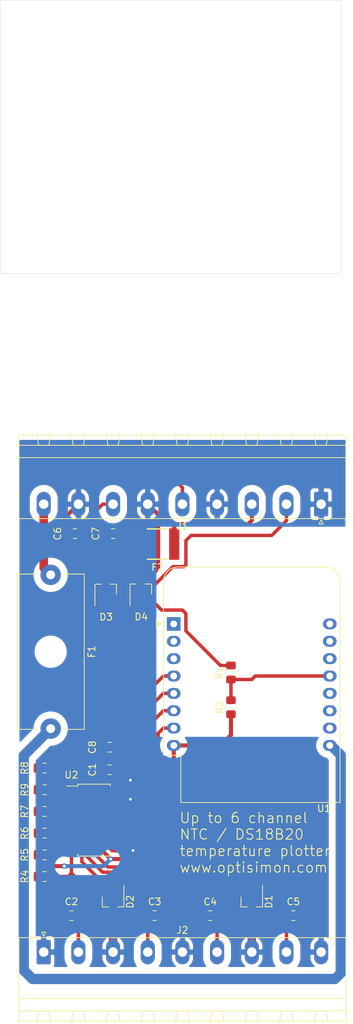
<source format=kicad_pcb>
(kicad_pcb (version 20171130) (host pcbnew 5.1.5-52549c5~84~ubuntu18.04.1)

  (general
    (thickness 1.6)
    (drawings 9)
    (tracks 232)
    (zones 0)
    (modules 26)
    (nets 18)
  )

  (page A4)
  (layers
    (0 F.Cu signal)
    (31 B.Cu signal)
    (32 B.Adhes user)
    (33 F.Adhes user)
    (34 B.Paste user)
    (35 F.Paste user)
    (36 B.SilkS user)
    (37 F.SilkS user)
    (38 B.Mask user)
    (39 F.Mask user)
    (40 Dwgs.User user)
    (41 Cmts.User user)
    (42 Eco1.User user)
    (43 Eco2.User user)
    (44 Edge.Cuts user)
    (45 Margin user)
    (46 B.CrtYd user)
    (47 F.CrtYd user)
    (48 B.Fab user)
    (49 F.Fab user hide)
  )

  (setup
    (last_trace_width 0.25)
    (trace_clearance 0.2)
    (zone_clearance 1)
    (zone_45_only yes)
    (trace_min 0.2)
    (via_size 0.8)
    (via_drill 0.4)
    (via_min_size 0.4)
    (via_min_drill 0.3)
    (uvia_size 0.3)
    (uvia_drill 0.1)
    (uvias_allowed no)
    (uvia_min_size 0.3)
    (uvia_min_drill 0.1)
    (edge_width 0.05)
    (segment_width 0.2)
    (pcb_text_width 0.3)
    (pcb_text_size 1.5 1.5)
    (mod_edge_width 0.12)
    (mod_text_size 1 1)
    (mod_text_width 0.15)
    (pad_size 1.524 1.524)
    (pad_drill 0.762)
    (pad_to_mask_clearance 0.051)
    (solder_mask_min_width 0.25)
    (aux_axis_origin 0 0)
    (visible_elements FFFFFF7F)
    (pcbplotparams
      (layerselection 0x010fc_ffffffff)
      (usegerberextensions false)
      (usegerberattributes false)
      (usegerberadvancedattributes false)
      (creategerberjobfile false)
      (excludeedgelayer true)
      (linewidth 0.100000)
      (plotframeref false)
      (viasonmask false)
      (mode 1)
      (useauxorigin false)
      (hpglpennumber 1)
      (hpglpenspeed 20)
      (hpglpendiameter 15.000000)
      (psnegative false)
      (psa4output false)
      (plotreference true)
      (plotvalue true)
      (plotinvisibletext false)
      (padsonsilk false)
      (subtractmaskfromsilk false)
      (outputformat 1)
      (mirror false)
      (drillshape 1)
      (scaleselection 1)
      (outputdirectory ""))
  )

  (net 0 "")
  (net 1 +3V3)
  (net 2 NTC0)
  (net 3 NTC1)
  (net 4 NTC2)
  (net 5 NTC3)
  (net 6 NTC4)
  (net 7 NTC5)
  (net 8 "Net-(F1-Pad1)")
  (net 9 +5V)
  (net 10 OneWire_DQ)
  (net 11 SCLK)
  (net 12 MISO)
  (net 13 MOSI)
  (net 14 nCS)
  (net 15 Earth)
  (net 16 OneWire_DQ_EXT)
  (net 17 OneWire_+)

  (net_class Default "This is the default net class."
    (clearance 0.2)
    (trace_width 0.25)
    (via_dia 0.8)
    (via_drill 0.4)
    (uvia_dia 0.3)
    (uvia_drill 0.1)
    (add_net MISO)
    (add_net MOSI)
    (add_net NTC0)
    (add_net NTC1)
    (add_net NTC2)
    (add_net NTC3)
    (add_net NTC4)
    (add_net NTC5)
    (add_net "Net-(D4-Pad1)")
    (add_net "Net-(F1-Pad1)")
    (add_net "Net-(U1-Pad1)")
    (add_net "Net-(U1-Pad11)")
    (add_net "Net-(U1-Pad12)")
    (add_net "Net-(U1-Pad14)")
    (add_net "Net-(U1-Pad15)")
    (add_net "Net-(U1-Pad16)")
    (add_net "Net-(U1-Pad2)")
    (add_net "Net-(U1-Pad3)")
    (add_net "Net-(U2-Pad3)")
    (add_net "Net-(U2-Pad4)")
    (add_net OneWire_DQ)
    (add_net OneWire_DQ_EXT)
    (add_net SCLK)
    (add_net nCS)
  )

  (net_class Power ""
    (clearance 0.4)
    (trace_width 0.6)
    (via_dia 0.8)
    (via_drill 0.4)
    (uvia_dia 0.3)
    (uvia_drill 0.1)
    (add_net +3V3)
    (add_net +5V)
    (add_net Earth)
    (add_net OneWire_+)
  )

  (module esp8266_temperature_iot:Fuse_Littlefuse-2016L (layer F.Cu) (tedit 5DE80948) (tstamp 5DE81F78)
    (at 72.554 100.076 180)
    (path /5DFCDDD6)
    (fp_text reference F2 (at 0 -3.4) (layer F.SilkS)
      (effects (font (size 1 1) (thickness 0.15)))
    )
    (fp_text value Polyfuse_Small (at 0 3.3) (layer F.Fab)
      (effects (font (size 1 1) (thickness 0.15)))
    )
    (fp_line (start -3.4 -2.5) (end 3.4 -2.5) (layer F.CrtYd) (width 0.12))
    (fp_line (start -3.4 2.5) (end -3.4 -2.5) (layer F.CrtYd) (width 0.12))
    (fp_line (start 3.4 2.5) (end -3.4 2.5) (layer F.CrtYd) (width 0.12))
    (fp_line (start 3.4 -2.5) (end 3.4 2.5) (layer F.CrtYd) (width 0.12))
    (fp_line (start -1.5 2.215) (end 1.5 2.215) (layer F.SilkS) (width 0.2))
    (fp_line (start -1.5 -2.215) (end 1.5 -2.215) (layer F.SilkS) (width 0.2))
    (fp_line (start -1.6 2.215) (end 1.6 2.215) (layer F.Fab) (width 0.12))
    (fp_line (start -1.6 -2.215) (end 1.6 -2.215) (layer F.Fab) (width 0.12))
    (pad 1 smd rect (at -2.45 0 180) (size 1.5 4.6) (layers F.Cu F.Paste F.Mask)
      (net 17 OneWire_+))
    (pad 2 smd rect (at 2.45 0 180) (size 1.5 4.6) (layers F.Cu F.Paste F.Mask)
      (net 1 +3V3))
  )

  (module Capacitor_SMD:C_0805_2012Metric_Pad1.15x1.40mm_HandSolder (layer F.Cu) (tedit 5B36C52B) (tstamp 5DE6DD07)
    (at 66.049 98.552)
    (descr "Capacitor SMD 0805 (2012 Metric), square (rectangular) end terminal, IPC_7351 nominal with elongated pad for handsoldering. (Body size source: https://docs.google.com/spreadsheets/d/1BsfQQcO9C6DZCsRaXUlFlo91Tg2WpOkGARC1WS5S8t0/edit?usp=sharing), generated with kicad-footprint-generator")
    (tags "capacitor handsolder")
    (path /5DF2A0DB)
    (attr smd)
    (fp_text reference C7 (at -2.549 0 90) (layer F.SilkS)
      (effects (font (size 1 1) (thickness 0.15)))
    )
    (fp_text value 100nF (at 0 1.65) (layer F.Fab)
      (effects (font (size 1 1) (thickness 0.15)))
    )
    (fp_text user %R (at 0 0) (layer F.Fab)
      (effects (font (size 0.5 0.5) (thickness 0.08)))
    )
    (fp_line (start 1.85 0.95) (end -1.85 0.95) (layer F.CrtYd) (width 0.05))
    (fp_line (start 1.85 -0.95) (end 1.85 0.95) (layer F.CrtYd) (width 0.05))
    (fp_line (start -1.85 -0.95) (end 1.85 -0.95) (layer F.CrtYd) (width 0.05))
    (fp_line (start -1.85 0.95) (end -1.85 -0.95) (layer F.CrtYd) (width 0.05))
    (fp_line (start -0.261252 0.71) (end 0.261252 0.71) (layer F.SilkS) (width 0.12))
    (fp_line (start -0.261252 -0.71) (end 0.261252 -0.71) (layer F.SilkS) (width 0.12))
    (fp_line (start 1 0.6) (end -1 0.6) (layer F.Fab) (width 0.1))
    (fp_line (start 1 -0.6) (end 1 0.6) (layer F.Fab) (width 0.1))
    (fp_line (start -1 -0.6) (end 1 -0.6) (layer F.Fab) (width 0.1))
    (fp_line (start -1 0.6) (end -1 -0.6) (layer F.Fab) (width 0.1))
    (pad 2 smd roundrect (at 1.025 0) (size 1.15 1.4) (layers F.Cu F.Paste F.Mask) (roundrect_rratio 0.217391)
      (net 7 NTC5))
    (pad 1 smd roundrect (at -1.025 0) (size 1.15 1.4) (layers F.Cu F.Paste F.Mask) (roundrect_rratio 0.217391)
      (net 15 Earth))
    (model ${KISYS3DMOD}/Capacitor_SMD.3dshapes/C_0805_2012Metric.wrl
      (at (xyz 0 0 0))
      (scale (xyz 1 1 1))
      (rotate (xyz 0 0 0))
    )
  )

  (module Resistor_SMD:R_0805_2012Metric_Pad1.15x1.40mm_HandSolder (layer F.Cu) (tedit 5B36C52B) (tstamp 5DE6DDA6)
    (at 83.312 123.943 90)
    (descr "Resistor SMD 0805 (2012 Metric), square (rectangular) end terminal, IPC_7351 nominal with elongated pad for handsoldering. (Body size source: https://docs.google.com/spreadsheets/d/1BsfQQcO9C6DZCsRaXUlFlo91Tg2WpOkGARC1WS5S8t0/edit?usp=sharing), generated with kicad-footprint-generator")
    (tags "resistor handsolder")
    (path /5DFB4BB4)
    (attr smd)
    (fp_text reference R2 (at 0 -1.65 90) (layer F.SilkS)
      (effects (font (size 1 1) (thickness 0.15)))
    )
    (fp_text value 4k7 (at 0 1.65 90) (layer F.Fab)
      (effects (font (size 1 1) (thickness 0.15)))
    )
    (fp_text user %R (at 0 0 90) (layer F.Fab)
      (effects (font (size 0.5 0.5) (thickness 0.08)))
    )
    (fp_line (start 1.85 0.95) (end -1.85 0.95) (layer F.CrtYd) (width 0.05))
    (fp_line (start 1.85 -0.95) (end 1.85 0.95) (layer F.CrtYd) (width 0.05))
    (fp_line (start -1.85 -0.95) (end 1.85 -0.95) (layer F.CrtYd) (width 0.05))
    (fp_line (start -1.85 0.95) (end -1.85 -0.95) (layer F.CrtYd) (width 0.05))
    (fp_line (start -0.261252 0.71) (end 0.261252 0.71) (layer F.SilkS) (width 0.12))
    (fp_line (start -0.261252 -0.71) (end 0.261252 -0.71) (layer F.SilkS) (width 0.12))
    (fp_line (start 1 0.6) (end -1 0.6) (layer F.Fab) (width 0.1))
    (fp_line (start 1 -0.6) (end 1 0.6) (layer F.Fab) (width 0.1))
    (fp_line (start -1 -0.6) (end 1 -0.6) (layer F.Fab) (width 0.1))
    (fp_line (start -1 0.6) (end -1 -0.6) (layer F.Fab) (width 0.1))
    (pad 2 smd roundrect (at 1.025 0 90) (size 1.15 1.4) (layers F.Cu F.Paste F.Mask) (roundrect_rratio 0.217391)
      (net 10 OneWire_DQ))
    (pad 1 smd roundrect (at -1.025 0 90) (size 1.15 1.4) (layers F.Cu F.Paste F.Mask) (roundrect_rratio 0.217391)
      (net 1 +3V3))
    (model ${KISYS3DMOD}/Resistor_SMD.3dshapes/R_0805_2012Metric.wrl
      (at (xyz 0 0 0))
      (scale (xyz 1 1 1))
      (rotate (xyz 0 0 0))
    )
  )

  (module Capacitor_SMD:C_0805_2012Metric_Pad1.15x1.40mm_HandSolder (layer F.Cu) (tedit 5B36C52B) (tstamp 5DE6DCD7)
    (at 60.461 98.552)
    (descr "Capacitor SMD 0805 (2012 Metric), square (rectangular) end terminal, IPC_7351 nominal with elongated pad for handsoldering. (Body size source: https://docs.google.com/spreadsheets/d/1BsfQQcO9C6DZCsRaXUlFlo91Tg2WpOkGARC1WS5S8t0/edit?usp=sharing), generated with kicad-footprint-generator")
    (tags "capacitor handsolder")
    (path /5DF29E63)
    (attr smd)
    (fp_text reference C6 (at -2.549 0 270) (layer F.SilkS)
      (effects (font (size 1 1) (thickness 0.15)))
    )
    (fp_text value 100nF (at 0 1.65) (layer F.Fab)
      (effects (font (size 1 1) (thickness 0.15)))
    )
    (fp_text user %R (at 0 0) (layer F.Fab)
      (effects (font (size 0.5 0.5) (thickness 0.08)))
    )
    (fp_line (start 1.85 0.95) (end -1.85 0.95) (layer F.CrtYd) (width 0.05))
    (fp_line (start 1.85 -0.95) (end 1.85 0.95) (layer F.CrtYd) (width 0.05))
    (fp_line (start -1.85 -0.95) (end 1.85 -0.95) (layer F.CrtYd) (width 0.05))
    (fp_line (start -1.85 0.95) (end -1.85 -0.95) (layer F.CrtYd) (width 0.05))
    (fp_line (start -0.261252 0.71) (end 0.261252 0.71) (layer F.SilkS) (width 0.12))
    (fp_line (start -0.261252 -0.71) (end 0.261252 -0.71) (layer F.SilkS) (width 0.12))
    (fp_line (start 1 0.6) (end -1 0.6) (layer F.Fab) (width 0.1))
    (fp_line (start 1 -0.6) (end 1 0.6) (layer F.Fab) (width 0.1))
    (fp_line (start -1 -0.6) (end 1 -0.6) (layer F.Fab) (width 0.1))
    (fp_line (start -1 0.6) (end -1 -0.6) (layer F.Fab) (width 0.1))
    (pad 2 smd roundrect (at 1.025 0) (size 1.15 1.4) (layers F.Cu F.Paste F.Mask) (roundrect_rratio 0.217391)
      (net 6 NTC4))
    (pad 1 smd roundrect (at -1.025 0) (size 1.15 1.4) (layers F.Cu F.Paste F.Mask) (roundrect_rratio 0.217391)
      (net 15 Earth))
    (model ${KISYS3DMOD}/Capacitor_SMD.3dshapes/C_0805_2012Metric.wrl
      (at (xyz 0 0 0))
      (scale (xyz 1 1 1))
      (rotate (xyz 0 0 0))
    )
  )

  (module Resistor_SMD:R_0805_2012Metric_Pad1.15x1.40mm_HandSolder (layer F.Cu) (tedit 5B36C52B) (tstamp 5DE6DDD6)
    (at 56.016 136.017)
    (descr "Resistor SMD 0805 (2012 Metric), square (rectangular) end terminal, IPC_7351 nominal with elongated pad for handsoldering. (Body size source: https://docs.google.com/spreadsheets/d/1BsfQQcO9C6DZCsRaXUlFlo91Tg2WpOkGARC1WS5S8t0/edit?usp=sharing), generated with kicad-footprint-generator")
    (tags "resistor handsolder")
    (path /5DF132E5)
    (attr smd)
    (fp_text reference R9 (at -2.93 0 90) (layer F.SilkS)
      (effects (font (size 1 1) (thickness 0.15)))
    )
    (fp_text value 10k (at 0 1.65) (layer F.Fab)
      (effects (font (size 1 1) (thickness 0.15)))
    )
    (fp_text user %R (at 0 0) (layer F.Fab)
      (effects (font (size 0.5 0.5) (thickness 0.08)))
    )
    (fp_line (start 1.85 0.95) (end -1.85 0.95) (layer F.CrtYd) (width 0.05))
    (fp_line (start 1.85 -0.95) (end 1.85 0.95) (layer F.CrtYd) (width 0.05))
    (fp_line (start -1.85 -0.95) (end 1.85 -0.95) (layer F.CrtYd) (width 0.05))
    (fp_line (start -1.85 0.95) (end -1.85 -0.95) (layer F.CrtYd) (width 0.05))
    (fp_line (start -0.261252 0.71) (end 0.261252 0.71) (layer F.SilkS) (width 0.12))
    (fp_line (start -0.261252 -0.71) (end 0.261252 -0.71) (layer F.SilkS) (width 0.12))
    (fp_line (start 1 0.6) (end -1 0.6) (layer F.Fab) (width 0.1))
    (fp_line (start 1 -0.6) (end 1 0.6) (layer F.Fab) (width 0.1))
    (fp_line (start -1 -0.6) (end 1 -0.6) (layer F.Fab) (width 0.1))
    (fp_line (start -1 0.6) (end -1 -0.6) (layer F.Fab) (width 0.1))
    (pad 2 smd roundrect (at 1.025 0) (size 1.15 1.4) (layers F.Cu F.Paste F.Mask) (roundrect_rratio 0.217391)
      (net 7 NTC5))
    (pad 1 smd roundrect (at -1.025 0) (size 1.15 1.4) (layers F.Cu F.Paste F.Mask) (roundrect_rratio 0.217391)
      (net 1 +3V3))
    (model ${KISYS3DMOD}/Resistor_SMD.3dshapes/R_0805_2012Metric.wrl
      (at (xyz 0 0 0))
      (scale (xyz 1 1 1))
      (rotate (xyz 0 0 0))
    )
  )

  (module Resistor_SMD:R_0805_2012Metric_Pad1.15x1.40mm_HandSolder (layer F.Cu) (tedit 5B36C52B) (tstamp 5DE6DD37)
    (at 83.312 118.863 90)
    (descr "Resistor SMD 0805 (2012 Metric), square (rectangular) end terminal, IPC_7351 nominal with elongated pad for handsoldering. (Body size source: https://docs.google.com/spreadsheets/d/1BsfQQcO9C6DZCsRaXUlFlo91Tg2WpOkGARC1WS5S8t0/edit?usp=sharing), generated with kicad-footprint-generator")
    (tags "resistor handsolder")
    (path /5E0900CD)
    (attr smd)
    (fp_text reference R1 (at 0 -1.65 90) (layer F.SilkS)
      (effects (font (size 1 1) (thickness 0.15)))
    )
    (fp_text value 270 (at 0 1.65 90) (layer F.Fab)
      (effects (font (size 1 1) (thickness 0.15)))
    )
    (fp_text user %R (at 0 0 90) (layer F.Fab)
      (effects (font (size 0.5 0.5) (thickness 0.08)))
    )
    (fp_line (start 1.85 0.95) (end -1.85 0.95) (layer F.CrtYd) (width 0.05))
    (fp_line (start 1.85 -0.95) (end 1.85 0.95) (layer F.CrtYd) (width 0.05))
    (fp_line (start -1.85 -0.95) (end 1.85 -0.95) (layer F.CrtYd) (width 0.05))
    (fp_line (start -1.85 0.95) (end -1.85 -0.95) (layer F.CrtYd) (width 0.05))
    (fp_line (start -0.261252 0.71) (end 0.261252 0.71) (layer F.SilkS) (width 0.12))
    (fp_line (start -0.261252 -0.71) (end 0.261252 -0.71) (layer F.SilkS) (width 0.12))
    (fp_line (start 1 0.6) (end -1 0.6) (layer F.Fab) (width 0.1))
    (fp_line (start 1 -0.6) (end 1 0.6) (layer F.Fab) (width 0.1))
    (fp_line (start -1 -0.6) (end 1 -0.6) (layer F.Fab) (width 0.1))
    (fp_line (start -1 0.6) (end -1 -0.6) (layer F.Fab) (width 0.1))
    (pad 2 smd roundrect (at 1.025 0 90) (size 1.15 1.4) (layers F.Cu F.Paste F.Mask) (roundrect_rratio 0.217391)
      (net 16 OneWire_DQ_EXT))
    (pad 1 smd roundrect (at -1.025 0 90) (size 1.15 1.4) (layers F.Cu F.Paste F.Mask) (roundrect_rratio 0.217391)
      (net 10 OneWire_DQ))
    (model ${KISYS3DMOD}/Resistor_SMD.3dshapes/R_0805_2012Metric.wrl
      (at (xyz 0 0 0))
      (scale (xyz 1 1 1))
      (rotate (xyz 0 0 0))
    )
  )

  (module Resistor_SMD:R_0805_2012Metric_Pad1.15x1.40mm_HandSolder (layer F.Cu) (tedit 5B36C52B) (tstamp 5DE8588A)
    (at 56.016 132.842)
    (descr "Resistor SMD 0805 (2012 Metric), square (rectangular) end terminal, IPC_7351 nominal with elongated pad for handsoldering. (Body size source: https://docs.google.com/spreadsheets/d/1BsfQQcO9C6DZCsRaXUlFlo91Tg2WpOkGARC1WS5S8t0/edit?usp=sharing), generated with kicad-footprint-generator")
    (tags "resistor handsolder")
    (path /5DF0FB34)
    (attr smd)
    (fp_text reference R8 (at -2.93 0 90) (layer F.SilkS)
      (effects (font (size 1 1) (thickness 0.15)))
    )
    (fp_text value 10k (at 0 1.65) (layer F.Fab)
      (effects (font (size 1 1) (thickness 0.15)))
    )
    (fp_text user %R (at 0 0) (layer F.Fab)
      (effects (font (size 0.5 0.5) (thickness 0.08)))
    )
    (fp_line (start 1.85 0.95) (end -1.85 0.95) (layer F.CrtYd) (width 0.05))
    (fp_line (start 1.85 -0.95) (end 1.85 0.95) (layer F.CrtYd) (width 0.05))
    (fp_line (start -1.85 -0.95) (end 1.85 -0.95) (layer F.CrtYd) (width 0.05))
    (fp_line (start -1.85 0.95) (end -1.85 -0.95) (layer F.CrtYd) (width 0.05))
    (fp_line (start -0.261252 0.71) (end 0.261252 0.71) (layer F.SilkS) (width 0.12))
    (fp_line (start -0.261252 -0.71) (end 0.261252 -0.71) (layer F.SilkS) (width 0.12))
    (fp_line (start 1 0.6) (end -1 0.6) (layer F.Fab) (width 0.1))
    (fp_line (start 1 -0.6) (end 1 0.6) (layer F.Fab) (width 0.1))
    (fp_line (start -1 -0.6) (end 1 -0.6) (layer F.Fab) (width 0.1))
    (fp_line (start -1 0.6) (end -1 -0.6) (layer F.Fab) (width 0.1))
    (pad 2 smd roundrect (at 1.025 0) (size 1.15 1.4) (layers F.Cu F.Paste F.Mask) (roundrect_rratio 0.217391)
      (net 6 NTC4))
    (pad 1 smd roundrect (at -1.025 0) (size 1.15 1.4) (layers F.Cu F.Paste F.Mask) (roundrect_rratio 0.217391)
      (net 1 +3V3))
    (model ${KISYS3DMOD}/Resistor_SMD.3dshapes/R_0805_2012Metric.wrl
      (at (xyz 0 0 0))
      (scale (xyz 1 1 1))
      (rotate (xyz 0 0 0))
    )
  )

  (module Package_TO_SOT_SMD:SOT-23_Handsoldering (layer F.Cu) (tedit 5A0AB76C) (tstamp 5DE81F40)
    (at 70.104 106.68 90)
    (descr "SOT-23, Handsoldering")
    (tags SOT-23)
    (path /5E1AB21C)
    (attr smd)
    (fp_text reference D4 (at -4.04 0.066) (layer F.SilkS)
      (effects (font (size 1 1) (thickness 0.15)))
    )
    (fp_text value PESD3V3L2BT (at 0 2.5 90) (layer F.Fab)
      (effects (font (size 1 1) (thickness 0.15)))
    )
    (fp_line (start 0.76 1.58) (end -0.7 1.58) (layer F.SilkS) (width 0.12))
    (fp_line (start -0.7 1.52) (end 0.7 1.52) (layer F.Fab) (width 0.1))
    (fp_line (start 0.7 -1.52) (end 0.7 1.52) (layer F.Fab) (width 0.1))
    (fp_line (start -0.7 -0.95) (end -0.15 -1.52) (layer F.Fab) (width 0.1))
    (fp_line (start -0.15 -1.52) (end 0.7 -1.52) (layer F.Fab) (width 0.1))
    (fp_line (start -0.7 -0.95) (end -0.7 1.5) (layer F.Fab) (width 0.1))
    (fp_line (start 0.76 -1.58) (end -2.4 -1.58) (layer F.SilkS) (width 0.12))
    (fp_line (start -2.7 1.75) (end -2.7 -1.75) (layer F.CrtYd) (width 0.05))
    (fp_line (start 2.7 1.75) (end -2.7 1.75) (layer F.CrtYd) (width 0.05))
    (fp_line (start 2.7 -1.75) (end 2.7 1.75) (layer F.CrtYd) (width 0.05))
    (fp_line (start -2.7 -1.75) (end 2.7 -1.75) (layer F.CrtYd) (width 0.05))
    (fp_line (start 0.76 -1.58) (end 0.76 -0.65) (layer F.SilkS) (width 0.12))
    (fp_line (start 0.76 1.58) (end 0.76 0.65) (layer F.SilkS) (width 0.12))
    (fp_text user %R (at 0 0) (layer F.Fab)
      (effects (font (size 0.5 0.5) (thickness 0.075)))
    )
    (pad 3 smd rect (at 1.5 0 90) (size 1.9 0.8) (layers F.Cu F.Paste F.Mask)
      (net 15 Earth))
    (pad 2 smd rect (at -1.5 0.95 90) (size 1.9 0.8) (layers F.Cu F.Paste F.Mask)
      (net 16 OneWire_DQ_EXT))
    (pad 1 smd rect (at -1.5 -0.95 90) (size 1.9 0.8) (layers F.Cu F.Paste F.Mask))
    (model ${KISYS3DMOD}/Package_TO_SOT_SMD.3dshapes/SOT-23.wrl
      (at (xyz 0 0 0))
      (scale (xyz 1 1 1))
      (rotate (xyz 0 0 0))
    )
  )

  (module Package_TO_SOT_SMD:SOT-23_Handsoldering (layer F.Cu) (tedit 5A0AB76C) (tstamp 5DE8A2E5)
    (at 64.958 106.704 90)
    (descr "SOT-23, Handsoldering")
    (tags SOT-23)
    (path /5E1AA54A)
    (attr smd)
    (fp_text reference D3 (at -4.04 0.066 180) (layer F.SilkS)
      (effects (font (size 1 1) (thickness 0.15)))
    )
    (fp_text value PESD3V3L2BT (at 0 2.5 90) (layer F.Fab)
      (effects (font (size 1 1) (thickness 0.15)))
    )
    (fp_line (start 0.76 1.58) (end -0.7 1.58) (layer F.SilkS) (width 0.12))
    (fp_line (start -0.7 1.52) (end 0.7 1.52) (layer F.Fab) (width 0.1))
    (fp_line (start 0.7 -1.52) (end 0.7 1.52) (layer F.Fab) (width 0.1))
    (fp_line (start -0.7 -0.95) (end -0.15 -1.52) (layer F.Fab) (width 0.1))
    (fp_line (start -0.15 -1.52) (end 0.7 -1.52) (layer F.Fab) (width 0.1))
    (fp_line (start -0.7 -0.95) (end -0.7 1.5) (layer F.Fab) (width 0.1))
    (fp_line (start 0.76 -1.58) (end -2.4 -1.58) (layer F.SilkS) (width 0.12))
    (fp_line (start -2.7 1.75) (end -2.7 -1.75) (layer F.CrtYd) (width 0.05))
    (fp_line (start 2.7 1.75) (end -2.7 1.75) (layer F.CrtYd) (width 0.05))
    (fp_line (start 2.7 -1.75) (end 2.7 1.75) (layer F.CrtYd) (width 0.05))
    (fp_line (start -2.7 -1.75) (end 2.7 -1.75) (layer F.CrtYd) (width 0.05))
    (fp_line (start 0.76 -1.58) (end 0.76 -0.65) (layer F.SilkS) (width 0.12))
    (fp_line (start 0.76 1.58) (end 0.76 0.65) (layer F.SilkS) (width 0.12))
    (fp_text user %R (at 0 0) (layer F.Fab)
      (effects (font (size 0.5 0.5) (thickness 0.075)))
    )
    (pad 3 smd rect (at 1.5 0 90) (size 1.9 0.8) (layers F.Cu F.Paste F.Mask)
      (net 15 Earth))
    (pad 2 smd rect (at -1.5 0.95 90) (size 1.9 0.8) (layers F.Cu F.Paste F.Mask)
      (net 7 NTC5))
    (pad 1 smd rect (at -1.5 -0.95 90) (size 1.9 0.8) (layers F.Cu F.Paste F.Mask)
      (net 6 NTC4))
    (model ${KISYS3DMOD}/Package_TO_SOT_SMD.3dshapes/SOT-23.wrl
      (at (xyz 0 0 0))
      (scale (xyz 1 1 1))
      (rotate (xyz 0 0 0))
    )
  )

  (module Package_TO_SOT_SMD:SOT-23_Handsoldering (layer F.Cu) (tedit 5A0AB76C) (tstamp 5DE81F16)
    (at 66.04 152.4 270)
    (descr "SOT-23, Handsoldering")
    (tags SOT-23)
    (path /5E1A994F)
    (attr smd)
    (fp_text reference D2 (at 0 -2.5 90) (layer F.SilkS)
      (effects (font (size 1 1) (thickness 0.15)))
    )
    (fp_text value PESD3V3L2BT (at 0 2.5 90) (layer F.Fab)
      (effects (font (size 1 1) (thickness 0.15)))
    )
    (fp_line (start 0.76 1.58) (end -0.7 1.58) (layer F.SilkS) (width 0.12))
    (fp_line (start -0.7 1.52) (end 0.7 1.52) (layer F.Fab) (width 0.1))
    (fp_line (start 0.7 -1.52) (end 0.7 1.52) (layer F.Fab) (width 0.1))
    (fp_line (start -0.7 -0.95) (end -0.15 -1.52) (layer F.Fab) (width 0.1))
    (fp_line (start -0.15 -1.52) (end 0.7 -1.52) (layer F.Fab) (width 0.1))
    (fp_line (start -0.7 -0.95) (end -0.7 1.5) (layer F.Fab) (width 0.1))
    (fp_line (start 0.76 -1.58) (end -2.4 -1.58) (layer F.SilkS) (width 0.12))
    (fp_line (start -2.7 1.75) (end -2.7 -1.75) (layer F.CrtYd) (width 0.05))
    (fp_line (start 2.7 1.75) (end -2.7 1.75) (layer F.CrtYd) (width 0.05))
    (fp_line (start 2.7 -1.75) (end 2.7 1.75) (layer F.CrtYd) (width 0.05))
    (fp_line (start -2.7 -1.75) (end 2.7 -1.75) (layer F.CrtYd) (width 0.05))
    (fp_line (start 0.76 -1.58) (end 0.76 -0.65) (layer F.SilkS) (width 0.12))
    (fp_line (start 0.76 1.58) (end 0.76 0.65) (layer F.SilkS) (width 0.12))
    (fp_text user %R (at 0 0) (layer F.Fab)
      (effects (font (size 0.5 0.5) (thickness 0.075)))
    )
    (pad 3 smd rect (at 1.5 0 270) (size 1.9 0.8) (layers F.Cu F.Paste F.Mask)
      (net 15 Earth))
    (pad 2 smd rect (at -1.5 0.95 270) (size 1.9 0.8) (layers F.Cu F.Paste F.Mask)
      (net 2 NTC0))
    (pad 1 smd rect (at -1.5 -0.95 270) (size 1.9 0.8) (layers F.Cu F.Paste F.Mask)
      (net 3 NTC1))
    (model ${KISYS3DMOD}/Package_TO_SOT_SMD.3dshapes/SOT-23.wrl
      (at (xyz 0 0 0))
      (scale (xyz 1 1 1))
      (rotate (xyz 0 0 0))
    )
  )

  (module Package_TO_SOT_SMD:SOT-23_Handsoldering (layer F.Cu) (tedit 5A0AB76C) (tstamp 5DE81F01)
    (at 86.36 152.4 270)
    (descr "SOT-23, Handsoldering")
    (tags SOT-23)
    (path /5E1A7573)
    (attr smd)
    (fp_text reference D1 (at 0 -2.5 90) (layer F.SilkS)
      (effects (font (size 1 1) (thickness 0.15)))
    )
    (fp_text value PESD3V3L2BT (at 0 2.5 90) (layer F.Fab)
      (effects (font (size 1 1) (thickness 0.15)))
    )
    (fp_line (start 0.76 1.58) (end -0.7 1.58) (layer F.SilkS) (width 0.12))
    (fp_line (start -0.7 1.52) (end 0.7 1.52) (layer F.Fab) (width 0.1))
    (fp_line (start 0.7 -1.52) (end 0.7 1.52) (layer F.Fab) (width 0.1))
    (fp_line (start -0.7 -0.95) (end -0.15 -1.52) (layer F.Fab) (width 0.1))
    (fp_line (start -0.15 -1.52) (end 0.7 -1.52) (layer F.Fab) (width 0.1))
    (fp_line (start -0.7 -0.95) (end -0.7 1.5) (layer F.Fab) (width 0.1))
    (fp_line (start 0.76 -1.58) (end -2.4 -1.58) (layer F.SilkS) (width 0.12))
    (fp_line (start -2.7 1.75) (end -2.7 -1.75) (layer F.CrtYd) (width 0.05))
    (fp_line (start 2.7 1.75) (end -2.7 1.75) (layer F.CrtYd) (width 0.05))
    (fp_line (start 2.7 -1.75) (end 2.7 1.75) (layer F.CrtYd) (width 0.05))
    (fp_line (start -2.7 -1.75) (end 2.7 -1.75) (layer F.CrtYd) (width 0.05))
    (fp_line (start 0.76 -1.58) (end 0.76 -0.65) (layer F.SilkS) (width 0.12))
    (fp_line (start 0.76 1.58) (end 0.76 0.65) (layer F.SilkS) (width 0.12))
    (fp_text user %R (at 0 0) (layer F.Fab)
      (effects (font (size 0.5 0.5) (thickness 0.075)))
    )
    (pad 3 smd rect (at 1.5 0 270) (size 1.9 0.8) (layers F.Cu F.Paste F.Mask)
      (net 15 Earth))
    (pad 2 smd rect (at -1.5 0.95 270) (size 1.9 0.8) (layers F.Cu F.Paste F.Mask)
      (net 4 NTC2))
    (pad 1 smd rect (at -1.5 -0.95 270) (size 1.9 0.8) (layers F.Cu F.Paste F.Mask)
      (net 5 NTC3))
    (model ${KISYS3DMOD}/Package_TO_SOT_SMD.3dshapes/SOT-23.wrl
      (at (xyz 0 0 0))
      (scale (xyz 1 1 1))
      (rotate (xyz 0 0 0))
    )
  )

  (module Resistor_SMD:R_0805_2012Metric_Pad1.15x1.40mm_HandSolder (layer F.Cu) (tedit 5B36C52B) (tstamp 5DE4756C)
    (at 56.016 139.192)
    (descr "Resistor SMD 0805 (2012 Metric), square (rectangular) end terminal, IPC_7351 nominal with elongated pad for handsoldering. (Body size source: https://docs.google.com/spreadsheets/d/1BsfQQcO9C6DZCsRaXUlFlo91Tg2WpOkGARC1WS5S8t0/edit?usp=sharing), generated with kicad-footprint-generator")
    (tags "resistor handsolder")
    (path /5DF0F76B)
    (attr smd)
    (fp_text reference R7 (at -2.93 0 90) (layer F.SilkS)
      (effects (font (size 1 1) (thickness 0.15)))
    )
    (fp_text value 10k (at -7.103 0) (layer F.Fab)
      (effects (font (size 1 1) (thickness 0.15)))
    )
    (fp_text user %R (at 0 0) (layer F.Fab)
      (effects (font (size 0.5 0.5) (thickness 0.08)))
    )
    (fp_line (start 1.85 0.95) (end -1.85 0.95) (layer F.CrtYd) (width 0.05))
    (fp_line (start 1.85 -0.95) (end 1.85 0.95) (layer F.CrtYd) (width 0.05))
    (fp_line (start -1.85 -0.95) (end 1.85 -0.95) (layer F.CrtYd) (width 0.05))
    (fp_line (start -1.85 0.95) (end -1.85 -0.95) (layer F.CrtYd) (width 0.05))
    (fp_line (start -0.261252 0.71) (end 0.261252 0.71) (layer F.SilkS) (width 0.12))
    (fp_line (start -0.261252 -0.71) (end 0.261252 -0.71) (layer F.SilkS) (width 0.12))
    (fp_line (start 1 0.6) (end -1 0.6) (layer F.Fab) (width 0.1))
    (fp_line (start 1 -0.6) (end 1 0.6) (layer F.Fab) (width 0.1))
    (fp_line (start -1 -0.6) (end 1 -0.6) (layer F.Fab) (width 0.1))
    (fp_line (start -1 0.6) (end -1 -0.6) (layer F.Fab) (width 0.1))
    (pad 2 smd roundrect (at 1.025 0) (size 1.15 1.4) (layers F.Cu F.Paste F.Mask) (roundrect_rratio 0.217391)
      (net 5 NTC3))
    (pad 1 smd roundrect (at -1.025 0) (size 1.15 1.4) (layers F.Cu F.Paste F.Mask) (roundrect_rratio 0.217391)
      (net 1 +3V3))
    (model ${KISYS3DMOD}/Resistor_SMD.3dshapes/R_0805_2012Metric.wrl
      (at (xyz 0 0 0))
      (scale (xyz 1 1 1))
      (rotate (xyz 0 0 0))
    )
  )

  (module Resistor_SMD:R_0805_2012Metric_Pad1.15x1.40mm_HandSolder (layer F.Cu) (tedit 5B36C52B) (tstamp 5DE4755B)
    (at 56.016 142.367)
    (descr "Resistor SMD 0805 (2012 Metric), square (rectangular) end terminal, IPC_7351 nominal with elongated pad for handsoldering. (Body size source: https://docs.google.com/spreadsheets/d/1BsfQQcO9C6DZCsRaXUlFlo91Tg2WpOkGARC1WS5S8t0/edit?usp=sharing), generated with kicad-footprint-generator")
    (tags "resistor handsolder")
    (path /5DF0F407)
    (attr smd)
    (fp_text reference R6 (at -2.93 0 90) (layer F.SilkS)
      (effects (font (size 1 1) (thickness 0.15)))
    )
    (fp_text value 10k (at -7.103 0) (layer F.Fab)
      (effects (font (size 1 1) (thickness 0.15)))
    )
    (fp_text user %R (at 0 0) (layer F.Fab)
      (effects (font (size 0.5 0.5) (thickness 0.08)))
    )
    (fp_line (start 1.85 0.95) (end -1.85 0.95) (layer F.CrtYd) (width 0.05))
    (fp_line (start 1.85 -0.95) (end 1.85 0.95) (layer F.CrtYd) (width 0.05))
    (fp_line (start -1.85 -0.95) (end 1.85 -0.95) (layer F.CrtYd) (width 0.05))
    (fp_line (start -1.85 0.95) (end -1.85 -0.95) (layer F.CrtYd) (width 0.05))
    (fp_line (start -0.261252 0.71) (end 0.261252 0.71) (layer F.SilkS) (width 0.12))
    (fp_line (start -0.261252 -0.71) (end 0.261252 -0.71) (layer F.SilkS) (width 0.12))
    (fp_line (start 1 0.6) (end -1 0.6) (layer F.Fab) (width 0.1))
    (fp_line (start 1 -0.6) (end 1 0.6) (layer F.Fab) (width 0.1))
    (fp_line (start -1 -0.6) (end 1 -0.6) (layer F.Fab) (width 0.1))
    (fp_line (start -1 0.6) (end -1 -0.6) (layer F.Fab) (width 0.1))
    (pad 2 smd roundrect (at 1.025 0) (size 1.15 1.4) (layers F.Cu F.Paste F.Mask) (roundrect_rratio 0.217391)
      (net 4 NTC2))
    (pad 1 smd roundrect (at -1.025 0) (size 1.15 1.4) (layers F.Cu F.Paste F.Mask) (roundrect_rratio 0.217391)
      (net 1 +3V3))
    (model ${KISYS3DMOD}/Resistor_SMD.3dshapes/R_0805_2012Metric.wrl
      (at (xyz 0 0 0))
      (scale (xyz 1 1 1))
      (rotate (xyz 0 0 0))
    )
  )

  (module Resistor_SMD:R_0805_2012Metric_Pad1.15x1.40mm_HandSolder (layer F.Cu) (tedit 5B36C52B) (tstamp 5DE4754A)
    (at 56.016 145.542)
    (descr "Resistor SMD 0805 (2012 Metric), square (rectangular) end terminal, IPC_7351 nominal with elongated pad for handsoldering. (Body size source: https://docs.google.com/spreadsheets/d/1BsfQQcO9C6DZCsRaXUlFlo91Tg2WpOkGARC1WS5S8t0/edit?usp=sharing), generated with kicad-footprint-generator")
    (tags "resistor handsolder")
    (path /5DF0681E)
    (attr smd)
    (fp_text reference R5 (at -2.93 0 90) (layer F.SilkS)
      (effects (font (size 1 1) (thickness 0.15)))
    )
    (fp_text value 10k (at -7.112 0) (layer F.Fab)
      (effects (font (size 1 1) (thickness 0.15)))
    )
    (fp_text user %R (at 0 0) (layer F.Fab)
      (effects (font (size 0.5 0.5) (thickness 0.08)))
    )
    (fp_line (start 1.85 0.95) (end -1.85 0.95) (layer F.CrtYd) (width 0.05))
    (fp_line (start 1.85 -0.95) (end 1.85 0.95) (layer F.CrtYd) (width 0.05))
    (fp_line (start -1.85 -0.95) (end 1.85 -0.95) (layer F.CrtYd) (width 0.05))
    (fp_line (start -1.85 0.95) (end -1.85 -0.95) (layer F.CrtYd) (width 0.05))
    (fp_line (start -0.261252 0.71) (end 0.261252 0.71) (layer F.SilkS) (width 0.12))
    (fp_line (start -0.261252 -0.71) (end 0.261252 -0.71) (layer F.SilkS) (width 0.12))
    (fp_line (start 1 0.6) (end -1 0.6) (layer F.Fab) (width 0.1))
    (fp_line (start 1 -0.6) (end 1 0.6) (layer F.Fab) (width 0.1))
    (fp_line (start -1 -0.6) (end 1 -0.6) (layer F.Fab) (width 0.1))
    (fp_line (start -1 0.6) (end -1 -0.6) (layer F.Fab) (width 0.1))
    (pad 2 smd roundrect (at 1.025 0) (size 1.15 1.4) (layers F.Cu F.Paste F.Mask) (roundrect_rratio 0.217391)
      (net 3 NTC1))
    (pad 1 smd roundrect (at -1.025 0) (size 1.15 1.4) (layers F.Cu F.Paste F.Mask) (roundrect_rratio 0.217391)
      (net 1 +3V3))
    (model ${KISYS3DMOD}/Resistor_SMD.3dshapes/R_0805_2012Metric.wrl
      (at (xyz 0 0 0))
      (scale (xyz 1 1 1))
      (rotate (xyz 0 0 0))
    )
  )

  (module Resistor_SMD:R_0805_2012Metric_Pad1.15x1.40mm_HandSolder (layer F.Cu) (tedit 5B36C52B) (tstamp 5DE47539)
    (at 56.016 148.717)
    (descr "Resistor SMD 0805 (2012 Metric), square (rectangular) end terminal, IPC_7351 nominal with elongated pad for handsoldering. (Body size source: https://docs.google.com/spreadsheets/d/1BsfQQcO9C6DZCsRaXUlFlo91Tg2WpOkGARC1WS5S8t0/edit?usp=sharing), generated with kicad-footprint-generator")
    (tags "resistor handsolder")
    (path /5DEFD360)
    (attr smd)
    (fp_text reference R4 (at -2.93 0 90) (layer F.SilkS)
      (effects (font (size 1 1) (thickness 0.15)))
    )
    (fp_text value 10k (at -7.103 0) (layer F.Fab)
      (effects (font (size 1 1) (thickness 0.15)))
    )
    (fp_text user %R (at 0 0) (layer F.Fab)
      (effects (font (size 0.5 0.5) (thickness 0.08)))
    )
    (fp_line (start 1.85 0.95) (end -1.85 0.95) (layer F.CrtYd) (width 0.05))
    (fp_line (start 1.85 -0.95) (end 1.85 0.95) (layer F.CrtYd) (width 0.05))
    (fp_line (start -1.85 -0.95) (end 1.85 -0.95) (layer F.CrtYd) (width 0.05))
    (fp_line (start -1.85 0.95) (end -1.85 -0.95) (layer F.CrtYd) (width 0.05))
    (fp_line (start -0.261252 0.71) (end 0.261252 0.71) (layer F.SilkS) (width 0.12))
    (fp_line (start -0.261252 -0.71) (end 0.261252 -0.71) (layer F.SilkS) (width 0.12))
    (fp_line (start 1 0.6) (end -1 0.6) (layer F.Fab) (width 0.1))
    (fp_line (start 1 -0.6) (end 1 0.6) (layer F.Fab) (width 0.1))
    (fp_line (start -1 -0.6) (end 1 -0.6) (layer F.Fab) (width 0.1))
    (fp_line (start -1 0.6) (end -1 -0.6) (layer F.Fab) (width 0.1))
    (pad 2 smd roundrect (at 1.025 0) (size 1.15 1.4) (layers F.Cu F.Paste F.Mask) (roundrect_rratio 0.217391)
      (net 2 NTC0))
    (pad 1 smd roundrect (at -1.025 0) (size 1.15 1.4) (layers F.Cu F.Paste F.Mask) (roundrect_rratio 0.217391)
      (net 1 +3V3))
    (model ${KISYS3DMOD}/Resistor_SMD.3dshapes/R_0805_2012Metric.wrl
      (at (xyz 0 0 0))
      (scale (xyz 1 1 1))
      (rotate (xyz 0 0 0))
    )
  )

  (module Capacitor_SMD:C_0805_2012Metric_Pad1.15x1.40mm_HandSolder (layer F.Cu) (tedit 5B36C52B) (tstamp 5DE9695F)
    (at 65.532 129.794)
    (descr "Capacitor SMD 0805 (2012 Metric), square (rectangular) end terminal, IPC_7351 nominal with elongated pad for handsoldering. (Body size source: https://docs.google.com/spreadsheets/d/1BsfQQcO9C6DZCsRaXUlFlo91Tg2WpOkGARC1WS5S8t0/edit?usp=sharing), generated with kicad-footprint-generator")
    (tags "capacitor handsolder")
    (path /5DE7B3BD)
    (attr smd)
    (fp_text reference C8 (at -2.54 0 90) (layer F.SilkS)
      (effects (font (size 1 1) (thickness 0.15)))
    )
    (fp_text value 1uF (at 5.706 0.381) (layer F.Fab)
      (effects (font (size 1 1) (thickness 0.15)))
    )
    (fp_text user %R (at 0 0) (layer F.Fab)
      (effects (font (size 0.5 0.5) (thickness 0.08)))
    )
    (fp_line (start 1.85 0.95) (end -1.85 0.95) (layer F.CrtYd) (width 0.05))
    (fp_line (start 1.85 -0.95) (end 1.85 0.95) (layer F.CrtYd) (width 0.05))
    (fp_line (start -1.85 -0.95) (end 1.85 -0.95) (layer F.CrtYd) (width 0.05))
    (fp_line (start -1.85 0.95) (end -1.85 -0.95) (layer F.CrtYd) (width 0.05))
    (fp_line (start -0.261252 0.71) (end 0.261252 0.71) (layer F.SilkS) (width 0.12))
    (fp_line (start -0.261252 -0.71) (end 0.261252 -0.71) (layer F.SilkS) (width 0.12))
    (fp_line (start 1 0.6) (end -1 0.6) (layer F.Fab) (width 0.1))
    (fp_line (start 1 -0.6) (end 1 0.6) (layer F.Fab) (width 0.1))
    (fp_line (start -1 -0.6) (end 1 -0.6) (layer F.Fab) (width 0.1))
    (fp_line (start -1 0.6) (end -1 -0.6) (layer F.Fab) (width 0.1))
    (pad 2 smd roundrect (at 1.025 0) (size 1.15 1.4) (layers F.Cu F.Paste F.Mask) (roundrect_rratio 0.217391)
      (net 15 Earth))
    (pad 1 smd roundrect (at -1.025 0) (size 1.15 1.4) (layers F.Cu F.Paste F.Mask) (roundrect_rratio 0.217391)
      (net 1 +3V3))
    (model ${KISYS3DMOD}/Capacitor_SMD.3dshapes/C_0805_2012Metric.wrl
      (at (xyz 0 0 0))
      (scale (xyz 1 1 1))
      (rotate (xyz 0 0 0))
    )
  )

  (module Capacitor_SMD:C_0805_2012Metric_Pad1.15x1.40mm_HandSolder (layer F.Cu) (tedit 5B36C52B) (tstamp 5DE6EDAB)
    (at 92.447 154.432 180)
    (descr "Capacitor SMD 0805 (2012 Metric), square (rectangular) end terminal, IPC_7351 nominal with elongated pad for handsoldering. (Body size source: https://docs.google.com/spreadsheets/d/1BsfQQcO9C6DZCsRaXUlFlo91Tg2WpOkGARC1WS5S8t0/edit?usp=sharing), generated with kicad-footprint-generator")
    (tags "capacitor handsolder")
    (path /5DF29BCB)
    (attr smd)
    (fp_text reference C5 (at -0.009 2.032) (layer F.SilkS)
      (effects (font (size 1 1) (thickness 0.15)))
    )
    (fp_text value 100nF (at -8.119 0) (layer F.Fab)
      (effects (font (size 1 1) (thickness 0.15)))
    )
    (fp_text user %R (at 0 0) (layer F.Fab)
      (effects (font (size 0.5 0.5) (thickness 0.08)))
    )
    (fp_line (start 1.85 0.95) (end -1.85 0.95) (layer F.CrtYd) (width 0.05))
    (fp_line (start 1.85 -0.95) (end 1.85 0.95) (layer F.CrtYd) (width 0.05))
    (fp_line (start -1.85 -0.95) (end 1.85 -0.95) (layer F.CrtYd) (width 0.05))
    (fp_line (start -1.85 0.95) (end -1.85 -0.95) (layer F.CrtYd) (width 0.05))
    (fp_line (start -0.261252 0.71) (end 0.261252 0.71) (layer F.SilkS) (width 0.12))
    (fp_line (start -0.261252 -0.71) (end 0.261252 -0.71) (layer F.SilkS) (width 0.12))
    (fp_line (start 1 0.6) (end -1 0.6) (layer F.Fab) (width 0.1))
    (fp_line (start 1 -0.6) (end 1 0.6) (layer F.Fab) (width 0.1))
    (fp_line (start -1 -0.6) (end 1 -0.6) (layer F.Fab) (width 0.1))
    (fp_line (start -1 0.6) (end -1 -0.6) (layer F.Fab) (width 0.1))
    (pad 2 smd roundrect (at 1.025 0 180) (size 1.15 1.4) (layers F.Cu F.Paste F.Mask) (roundrect_rratio 0.217391)
      (net 5 NTC3))
    (pad 1 smd roundrect (at -1.025 0 180) (size 1.15 1.4) (layers F.Cu F.Paste F.Mask) (roundrect_rratio 0.217391)
      (net 15 Earth))
    (model ${KISYS3DMOD}/Capacitor_SMD.3dshapes/C_0805_2012Metric.wrl
      (at (xyz 0 0 0))
      (scale (xyz 1 1 1))
      (rotate (xyz 0 0 0))
    )
  )

  (module Capacitor_SMD:C_0805_2012Metric_Pad1.15x1.40mm_HandSolder (layer F.Cu) (tedit 5B36C52B) (tstamp 5DE47449)
    (at 80.273 154.432)
    (descr "Capacitor SMD 0805 (2012 Metric), square (rectangular) end terminal, IPC_7351 nominal with elongated pad for handsoldering. (Body size source: https://docs.google.com/spreadsheets/d/1BsfQQcO9C6DZCsRaXUlFlo91Tg2WpOkGARC1WS5S8t0/edit?usp=sharing), generated with kicad-footprint-generator")
    (tags "capacitor handsolder")
    (path /5DF298FC)
    (attr smd)
    (fp_text reference C4 (at -0.009 -2.032) (layer F.SilkS)
      (effects (font (size 1 1) (thickness 0.15)))
    )
    (fp_text value 100nF (at -8.119 0) (layer F.Fab)
      (effects (font (size 1 1) (thickness 0.15)))
    )
    (fp_text user %R (at 0 0) (layer F.Fab)
      (effects (font (size 0.5 0.5) (thickness 0.08)))
    )
    (fp_line (start 1.85 0.95) (end -1.85 0.95) (layer F.CrtYd) (width 0.05))
    (fp_line (start 1.85 -0.95) (end 1.85 0.95) (layer F.CrtYd) (width 0.05))
    (fp_line (start -1.85 -0.95) (end 1.85 -0.95) (layer F.CrtYd) (width 0.05))
    (fp_line (start -1.85 0.95) (end -1.85 -0.95) (layer F.CrtYd) (width 0.05))
    (fp_line (start -0.261252 0.71) (end 0.261252 0.71) (layer F.SilkS) (width 0.12))
    (fp_line (start -0.261252 -0.71) (end 0.261252 -0.71) (layer F.SilkS) (width 0.12))
    (fp_line (start 1 0.6) (end -1 0.6) (layer F.Fab) (width 0.1))
    (fp_line (start 1 -0.6) (end 1 0.6) (layer F.Fab) (width 0.1))
    (fp_line (start -1 -0.6) (end 1 -0.6) (layer F.Fab) (width 0.1))
    (fp_line (start -1 0.6) (end -1 -0.6) (layer F.Fab) (width 0.1))
    (pad 2 smd roundrect (at 1.025 0) (size 1.15 1.4) (layers F.Cu F.Paste F.Mask) (roundrect_rratio 0.217391)
      (net 4 NTC2))
    (pad 1 smd roundrect (at -1.025 0) (size 1.15 1.4) (layers F.Cu F.Paste F.Mask) (roundrect_rratio 0.217391)
      (net 15 Earth))
    (model ${KISYS3DMOD}/Capacitor_SMD.3dshapes/C_0805_2012Metric.wrl
      (at (xyz 0 0 0))
      (scale (xyz 1 1 1))
      (rotate (xyz 0 0 0))
    )
  )

  (module Capacitor_SMD:C_0805_2012Metric_Pad1.15x1.40mm_HandSolder (layer F.Cu) (tedit 5B36C52B) (tstamp 5DE47438)
    (at 72.127 154.432 180)
    (descr "Capacitor SMD 0805 (2012 Metric), square (rectangular) end terminal, IPC_7351 nominal with elongated pad for handsoldering. (Body size source: https://docs.google.com/spreadsheets/d/1BsfQQcO9C6DZCsRaXUlFlo91Tg2WpOkGARC1WS5S8t0/edit?usp=sharing), generated with kicad-footprint-generator")
    (tags "capacitor handsolder")
    (path /5DF28A83)
    (attr smd)
    (fp_text reference C3 (at -0.009 2.032) (layer F.SilkS)
      (effects (font (size 1 1) (thickness 0.15)))
    )
    (fp_text value 100nF (at -8.119 0) (layer F.Fab)
      (effects (font (size 1 1) (thickness 0.15)))
    )
    (fp_text user %R (at 0 0) (layer F.Fab)
      (effects (font (size 0.5 0.5) (thickness 0.08)))
    )
    (fp_line (start 1.85 0.95) (end -1.85 0.95) (layer F.CrtYd) (width 0.05))
    (fp_line (start 1.85 -0.95) (end 1.85 0.95) (layer F.CrtYd) (width 0.05))
    (fp_line (start -1.85 -0.95) (end 1.85 -0.95) (layer F.CrtYd) (width 0.05))
    (fp_line (start -1.85 0.95) (end -1.85 -0.95) (layer F.CrtYd) (width 0.05))
    (fp_line (start -0.261252 0.71) (end 0.261252 0.71) (layer F.SilkS) (width 0.12))
    (fp_line (start -0.261252 -0.71) (end 0.261252 -0.71) (layer F.SilkS) (width 0.12))
    (fp_line (start 1 0.6) (end -1 0.6) (layer F.Fab) (width 0.1))
    (fp_line (start 1 -0.6) (end 1 0.6) (layer F.Fab) (width 0.1))
    (fp_line (start -1 -0.6) (end 1 -0.6) (layer F.Fab) (width 0.1))
    (fp_line (start -1 0.6) (end -1 -0.6) (layer F.Fab) (width 0.1))
    (pad 2 smd roundrect (at 1.025 0 180) (size 1.15 1.4) (layers F.Cu F.Paste F.Mask) (roundrect_rratio 0.217391)
      (net 3 NTC1))
    (pad 1 smd roundrect (at -1.025 0 180) (size 1.15 1.4) (layers F.Cu F.Paste F.Mask) (roundrect_rratio 0.217391)
      (net 15 Earth))
    (model ${KISYS3DMOD}/Capacitor_SMD.3dshapes/C_0805_2012Metric.wrl
      (at (xyz 0 0 0))
      (scale (xyz 1 1 1))
      (rotate (xyz 0 0 0))
    )
  )

  (module Capacitor_SMD:C_0805_2012Metric_Pad1.15x1.40mm_HandSolder (layer F.Cu) (tedit 5B36C52B) (tstamp 5DE6EACC)
    (at 59.944 154.432)
    (descr "Capacitor SMD 0805 (2012 Metric), square (rectangular) end terminal, IPC_7351 nominal with elongated pad for handsoldering. (Body size source: https://docs.google.com/spreadsheets/d/1BsfQQcO9C6DZCsRaXUlFlo91Tg2WpOkGARC1WS5S8t0/edit?usp=sharing), generated with kicad-footprint-generator")
    (tags "capacitor handsolder")
    (path /5DF27FCC)
    (attr smd)
    (fp_text reference C2 (at 0 -2.032) (layer F.SilkS)
      (effects (font (size 1 1) (thickness 0.15)))
    )
    (fp_text value 100nF (at -8.119 0) (layer F.Fab)
      (effects (font (size 1 1) (thickness 0.15)))
    )
    (fp_text user %R (at 0 0) (layer F.Fab)
      (effects (font (size 0.5 0.5) (thickness 0.08)))
    )
    (fp_line (start 1.85 0.95) (end -1.85 0.95) (layer F.CrtYd) (width 0.05))
    (fp_line (start 1.85 -0.95) (end 1.85 0.95) (layer F.CrtYd) (width 0.05))
    (fp_line (start -1.85 -0.95) (end 1.85 -0.95) (layer F.CrtYd) (width 0.05))
    (fp_line (start -1.85 0.95) (end -1.85 -0.95) (layer F.CrtYd) (width 0.05))
    (fp_line (start -0.261252 0.71) (end 0.261252 0.71) (layer F.SilkS) (width 0.12))
    (fp_line (start -0.261252 -0.71) (end 0.261252 -0.71) (layer F.SilkS) (width 0.12))
    (fp_line (start 1 0.6) (end -1 0.6) (layer F.Fab) (width 0.1))
    (fp_line (start 1 -0.6) (end 1 0.6) (layer F.Fab) (width 0.1))
    (fp_line (start -1 -0.6) (end 1 -0.6) (layer F.Fab) (width 0.1))
    (fp_line (start -1 0.6) (end -1 -0.6) (layer F.Fab) (width 0.1))
    (pad 2 smd roundrect (at 1.025 0) (size 1.15 1.4) (layers F.Cu F.Paste F.Mask) (roundrect_rratio 0.217391)
      (net 2 NTC0))
    (pad 1 smd roundrect (at -1.025 0) (size 1.15 1.4) (layers F.Cu F.Paste F.Mask) (roundrect_rratio 0.217391)
      (net 15 Earth))
    (model ${KISYS3DMOD}/Capacitor_SMD.3dshapes/C_0805_2012Metric.wrl
      (at (xyz 0 0 0))
      (scale (xyz 1 1 1))
      (rotate (xyz 0 0 0))
    )
  )

  (module Capacitor_SMD:C_0805_2012Metric_Pad1.15x1.40mm_HandSolder (layer F.Cu) (tedit 5B36C52B) (tstamp 5DE47416)
    (at 65.541 133.096)
    (descr "Capacitor SMD 0805 (2012 Metric), square (rectangular) end terminal, IPC_7351 nominal with elongated pad for handsoldering. (Body size source: https://docs.google.com/spreadsheets/d/1BsfQQcO9C6DZCsRaXUlFlo91Tg2WpOkGARC1WS5S8t0/edit?usp=sharing), generated with kicad-footprint-generator")
    (tags "capacitor handsolder")
    (path /5DE7B1B1)
    (attr smd)
    (fp_text reference C1 (at -2.549 0 90) (layer F.SilkS)
      (effects (font (size 1 1) (thickness 0.15)))
    )
    (fp_text value 100nF (at 6.214 -0.127) (layer F.Fab)
      (effects (font (size 1 1) (thickness 0.15)))
    )
    (fp_text user %R (at 0 0) (layer F.Fab)
      (effects (font (size 0.5 0.5) (thickness 0.08)))
    )
    (fp_line (start 1.85 0.95) (end -1.85 0.95) (layer F.CrtYd) (width 0.05))
    (fp_line (start 1.85 -0.95) (end 1.85 0.95) (layer F.CrtYd) (width 0.05))
    (fp_line (start -1.85 -0.95) (end 1.85 -0.95) (layer F.CrtYd) (width 0.05))
    (fp_line (start -1.85 0.95) (end -1.85 -0.95) (layer F.CrtYd) (width 0.05))
    (fp_line (start -0.261252 0.71) (end 0.261252 0.71) (layer F.SilkS) (width 0.12))
    (fp_line (start -0.261252 -0.71) (end 0.261252 -0.71) (layer F.SilkS) (width 0.12))
    (fp_line (start 1 0.6) (end -1 0.6) (layer F.Fab) (width 0.1))
    (fp_line (start 1 -0.6) (end 1 0.6) (layer F.Fab) (width 0.1))
    (fp_line (start -1 -0.6) (end 1 -0.6) (layer F.Fab) (width 0.1))
    (fp_line (start -1 0.6) (end -1 -0.6) (layer F.Fab) (width 0.1))
    (pad 2 smd roundrect (at 1.025 0) (size 1.15 1.4) (layers F.Cu F.Paste F.Mask) (roundrect_rratio 0.217391)
      (net 15 Earth))
    (pad 1 smd roundrect (at -1.025 0) (size 1.15 1.4) (layers F.Cu F.Paste F.Mask) (roundrect_rratio 0.217391)
      (net 1 +3V3))
    (model ${KISYS3DMOD}/Capacitor_SMD.3dshapes/C_0805_2012Metric.wrl
      (at (xyz 0 0 0))
      (scale (xyz 1 1 1))
      (rotate (xyz 0 0 0))
    )
  )

  (module Fuse:Fuseholder_Cylinder-5x20mm_Schurter_0031_8201_Horizontal_Open (layer F.Cu) (tedit 5D717D34) (tstamp 5DE6DD6C)
    (at 56.896 104.574 270)
    (descr "Fuseholder horizontal open, 5x20mm, 500V, 16A, Schurter 0031.8201, https://us.schurter.com/bundles/snceschurter/epim/_ProdPool_/newDS/en/typ_OGN.pdf")
    (tags "Fuseholder horizontal open 5x20 Schurter 0031.8201")
    (path /5DE6031C)
    (fp_text reference F1 (at 11.25 -6 90) (layer F.SilkS)
      (effects (font (size 1 1) (thickness 0.15)))
    )
    (fp_text value Fuse (at 11.25 6 90) (layer F.Fab)
      (effects (font (size 1 1) (thickness 0.15)))
    )
    (fp_text user %R (at 11.25 4 90) (layer F.Fab)
      (effects (font (size 1 1) (thickness 0.15)))
    )
    (fp_line (start 0 -4.8) (end 0 4.8) (layer F.Fab) (width 0.1))
    (fp_line (start 0 4.8) (end 22.5 4.8) (layer F.Fab) (width 0.1))
    (fp_line (start 22.5 4.8) (end 22.5 -4.8) (layer F.Fab) (width 0.1))
    (fp_line (start 22.5 -4.8) (end 0 -4.8) (layer F.Fab) (width 0.1))
    (fp_line (start -1.75 5.05) (end -1.75 -5.05) (layer F.CrtYd) (width 0.05))
    (fp_line (start 22.61 4.91) (end 22.61 1.75) (layer F.SilkS) (width 0.12))
    (fp_line (start 22.61 -1.75) (end 22.61 -4.91) (layer F.SilkS) (width 0.12))
    (fp_line (start -0.11 -1.75) (end -0.11 -4.91) (layer F.SilkS) (width 0.12))
    (fp_line (start -0.11 -4.91) (end 22.61 -4.91) (layer F.SilkS) (width 0.12))
    (fp_line (start 24.25 5.05) (end -1.75 5.05) (layer F.CrtYd) (width 0.05))
    (fp_line (start -1.75 -5.05) (end 24.25 -5.05) (layer F.CrtYd) (width 0.05))
    (fp_line (start -0.11 4.91) (end 22.61 4.91) (layer F.SilkS) (width 0.12))
    (fp_line (start 24.25 -5.05) (end 24.25 5.05) (layer F.CrtYd) (width 0.05))
    (fp_line (start -0.11 4.91) (end -0.11 1.75) (layer F.SilkS) (width 0.12))
    (pad 1 thru_hole circle (at 0 0 270) (size 3 3) (drill 1.3) (layers *.Cu *.Mask)
      (net 8 "Net-(F1-Pad1)"))
    (pad 2 thru_hole circle (at 22.5 0 270) (size 3 3) (drill 1.3) (layers *.Cu *.Mask)
      (net 9 +5V))
    (pad "" np_thru_hole circle (at 11.25 0 270) (size 2.7 2.7) (drill 2.7) (layers *.Cu *.Mask))
    (model ${KISYS3DMOD}/Fuse.3dshapes/Fuseholder_Cylinder-5x20mm_Schurter_0031_8201_Horizontal_Open.wrl
      (at (xyz 0 0 0))
      (scale (xyz 1 1 1))
      (rotate (xyz 0 0 0))
    )
  )

  (module Module:WEMOS_D1_mini_light (layer F.Cu) (tedit 5BBFB1CE) (tstamp 5DE4957D)
    (at 74.93 111.76)
    (descr "16-pin module, column spacing 22.86 mm (900 mils), https://wiki.wemos.cc/products:d1:d1_mini, https://c1.staticflickr.com/1/734/31400410271_f278b087db_z.jpg")
    (tags "ESP8266 WiFi microcontroller")
    (path /5DE4ABD0)
    (fp_text reference U1 (at 22 27) (layer F.SilkS)
      (effects (font (size 1 1) (thickness 0.15)))
    )
    (fp_text value WeMos_D1_mini (at 11.7 0) (layer F.Fab)
      (effects (font (size 1 1) (thickness 0.15)))
    )
    (fp_line (start 1.04 26.12) (end 24.36 26.12) (layer F.SilkS) (width 0.12))
    (fp_line (start -1.5 19.22) (end -1.5 -6.21) (layer F.SilkS) (width 0.12))
    (fp_line (start 24.36 26.12) (end 24.36 -6.21) (layer F.SilkS) (width 0.12))
    (fp_line (start 22.24 -8.34) (end 0.63 -8.34) (layer F.SilkS) (width 0.12))
    (fp_line (start 1.17 25.99) (end 24.23 25.99) (layer F.Fab) (width 0.1))
    (fp_line (start 24.23 25.99) (end 24.23 -6.21) (layer F.Fab) (width 0.1))
    (fp_line (start 22.23 -8.21) (end 0.63 -8.21) (layer F.Fab) (width 0.1))
    (fp_line (start -1.37 1) (end -1.37 19.09) (layer F.Fab) (width 0.1))
    (fp_text user %R (at 11.43 10) (layer F.Fab)
      (effects (font (size 1 1) (thickness 0.15)))
    )
    (fp_line (start -1.62 -8.46) (end 24.48 -8.46) (layer F.CrtYd) (width 0.05))
    (fp_line (start 24.48 -8.41) (end 24.48 26.24) (layer F.CrtYd) (width 0.05))
    (fp_line (start 24.48 26.24) (end -1.62 26.24) (layer F.CrtYd) (width 0.05))
    (fp_line (start -1.62 26.24) (end -1.62 -8.46) (layer F.CrtYd) (width 0.05))
    (fp_poly (pts (xy -2.54 -0.635) (xy -2.54 0.635) (xy -1.905 0)) (layer F.SilkS) (width 0.15))
    (fp_line (start -1.35 -1.4) (end 24.25 -1.4) (layer Dwgs.User) (width 0.1))
    (fp_line (start 24.25 -1.4) (end 24.25 -8.2) (layer Dwgs.User) (width 0.1))
    (fp_line (start 24.25 -8.2) (end -1.35 -8.2) (layer Dwgs.User) (width 0.1))
    (fp_line (start -1.35 -8.2) (end -1.35 -1.4) (layer Dwgs.User) (width 0.1))
    (fp_line (start -1.35 -1.4) (end 5.45 -8.2) (layer Dwgs.User) (width 0.1))
    (fp_line (start 0.65 -1.4) (end 7.45 -8.2) (layer Dwgs.User) (width 0.1))
    (fp_line (start 2.65 -1.4) (end 9.45 -8.2) (layer Dwgs.User) (width 0.1))
    (fp_line (start 4.65 -1.4) (end 11.45 -8.2) (layer Dwgs.User) (width 0.1))
    (fp_line (start 6.65 -1.4) (end 13.45 -8.2) (layer Dwgs.User) (width 0.1))
    (fp_line (start 8.65 -1.4) (end 15.45 -8.2) (layer Dwgs.User) (width 0.1))
    (fp_line (start 10.65 -1.4) (end 17.45 -8.2) (layer Dwgs.User) (width 0.1))
    (fp_line (start 12.65 -1.4) (end 19.45 -8.2) (layer Dwgs.User) (width 0.1))
    (fp_line (start 14.65 -1.4) (end 21.45 -8.2) (layer Dwgs.User) (width 0.1))
    (fp_line (start 16.65 -1.4) (end 23.45 -8.2) (layer Dwgs.User) (width 0.1))
    (fp_line (start 18.65 -1.4) (end 24.25 -7) (layer Dwgs.User) (width 0.1))
    (fp_line (start 20.65 -1.4) (end 24.25 -5) (layer Dwgs.User) (width 0.1))
    (fp_line (start 22.65 -1.4) (end 24.25 -3) (layer Dwgs.User) (width 0.1))
    (fp_line (start -1.35 -3.4) (end 3.45 -8.2) (layer Dwgs.User) (width 0.1))
    (fp_line (start -1.3 -5.45) (end 1.45 -8.2) (layer Dwgs.User) (width 0.1))
    (fp_line (start -1.35 -7.4) (end -0.55 -8.2) (layer Dwgs.User) (width 0.1))
    (fp_line (start -1.37 19.09) (end 1.17 19.09) (layer F.Fab) (width 0.1))
    (fp_line (start 1.17 19.09) (end 1.17 25.99) (layer F.Fab) (width 0.1))
    (fp_line (start -1.37 -6.21) (end -1.37 -1) (layer F.Fab) (width 0.1))
    (fp_line (start -1.37 1) (end -0.37 0) (layer F.Fab) (width 0.1))
    (fp_line (start -0.37 0) (end -1.37 -1) (layer F.Fab) (width 0.1))
    (fp_arc (start 0.63 -6.21) (end 0.63 -8.21) (angle -90) (layer F.Fab) (width 0.1))
    (fp_arc (start 22.23 -6.21) (end 24.23 -6.19) (angle -90) (layer F.Fab) (width 0.1))
    (fp_line (start -1.5 19.22) (end 1.04 19.22) (layer F.SilkS) (width 0.12))
    (fp_line (start 1.04 19.22) (end 1.04 26.12) (layer F.SilkS) (width 0.12))
    (fp_arc (start 0.63 -6.21) (end 0.63 -8.34) (angle -90) (layer F.SilkS) (width 0.12))
    (fp_arc (start 22.23 -6.21) (end 24.36 -6.21) (angle -90) (layer F.SilkS) (width 0.12))
    (fp_text user "KEEP OUT" (at 11.43 -6.35) (layer Cmts.User)
      (effects (font (size 1 1) (thickness 0.15)))
    )
    (fp_text user "No copper" (at 11.43 -3.81) (layer Cmts.User)
      (effects (font (size 1 1) (thickness 0.15)))
    )
    (pad 2 thru_hole oval (at 0 2.54) (size 2 1.6) (drill 1) (layers *.Cu *.Mask))
    (pad 1 thru_hole rect (at 0 0) (size 2 2) (drill 1) (layers *.Cu *.Mask))
    (pad 3 thru_hole oval (at 0 5.08) (size 2 1.6) (drill 1) (layers *.Cu *.Mask))
    (pad 4 thru_hole oval (at 0 7.62) (size 2 1.6) (drill 1) (layers *.Cu *.Mask)
      (net 11 SCLK))
    (pad 5 thru_hole oval (at 0 10.16) (size 2 1.6) (drill 1) (layers *.Cu *.Mask)
      (net 12 MISO))
    (pad 6 thru_hole oval (at 0 12.7) (size 2 1.6) (drill 1) (layers *.Cu *.Mask)
      (net 13 MOSI))
    (pad 7 thru_hole oval (at 0 15.24) (size 2 1.6) (drill 1) (layers *.Cu *.Mask)
      (net 14 nCS))
    (pad 8 thru_hole oval (at 0 17.78) (size 2 1.6) (drill 1) (layers *.Cu *.Mask)
      (net 1 +3V3))
    (pad 9 thru_hole oval (at 22.86 17.78) (size 2 1.6) (drill 1) (layers *.Cu *.Mask)
      (net 9 +5V))
    (pad 10 thru_hole oval (at 22.86 15.24) (size 2 1.6) (drill 1) (layers *.Cu *.Mask)
      (net 15 Earth))
    (pad 11 thru_hole oval (at 22.86 12.7) (size 2 1.6) (drill 1) (layers *.Cu *.Mask))
    (pad 12 thru_hole oval (at 22.86 10.16) (size 2 1.6) (drill 1) (layers *.Cu *.Mask))
    (pad 13 thru_hole oval (at 22.86 7.62) (size 2 1.6) (drill 1) (layers *.Cu *.Mask)
      (net 10 OneWire_DQ))
    (pad 14 thru_hole oval (at 22.86 5.08) (size 2 1.6) (drill 1) (layers *.Cu *.Mask))
    (pad 15 thru_hole oval (at 22.86 2.54) (size 2 1.6) (drill 1) (layers *.Cu *.Mask))
    (pad 16 thru_hole oval (at 22.86 0) (size 2 1.6) (drill 1) (layers *.Cu *.Mask))
    (model ${KISYS3DMOD}/Module.3dshapes/WEMOS_D1_mini_light.wrl
      (at (xyz 0 0 0))
      (scale (xyz 1 1 1))
      (rotate (xyz 0 0 0))
    )
    (model ${KISYS3DMOD}/Connector_PinHeader_2.54mm.3dshapes/PinHeader_1x08_P2.54mm_Vertical.wrl
      (offset (xyz 0 0 9.5))
      (scale (xyz 1 1 1))
      (rotate (xyz 0 -180 0))
    )
    (model ${KISYS3DMOD}/Connector_PinHeader_2.54mm.3dshapes/PinHeader_1x08_P2.54mm_Vertical.wrl
      (offset (xyz 22.86 0 9.5))
      (scale (xyz 1 1 1))
      (rotate (xyz 0 -180 0))
    )
    (model ${KISYS3DMOD}/Connector_PinSocket_2.54mm.3dshapes/PinSocket_1x08_P2.54mm_Vertical.wrl
      (at (xyz 0 0 0))
      (scale (xyz 1 1 1))
      (rotate (xyz 0 0 0))
    )
    (model ${KISYS3DMOD}/Connector_PinSocket_2.54mm.3dshapes/PinSocket_1x08_P2.54mm_Vertical.wrl
      (offset (xyz 22.86 0 0))
      (scale (xyz 1 1 1))
      (rotate (xyz 0 0 0))
    )
  )

  (module Package_SO:SOIC-16_4.55x10.3mm_P1.27mm (layer F.Cu) (tedit 5D9F72B1) (tstamp 5DE82EE9)
    (at 63.246 140.462)
    (descr "SOIC, 16 Pin (https://toshiba.semicon-storage.com/info/docget.jsp?did=12858&prodName=TLP291-4), generated with kicad-footprint-generator ipc_gullwing_generator.py")
    (tags "SOIC SO")
    (path /5DE4BA65)
    (attr smd)
    (fp_text reference U2 (at -3.302 -6.604) (layer F.SilkS)
      (effects (font (size 1 1) (thickness 0.15)))
    )
    (fp_text value MCP3208 (at 0 6.1) (layer F.Fab)
      (effects (font (size 1 1) (thickness 0.15)))
    )
    (fp_line (start 0 5.26) (end 2.385 5.26) (layer F.SilkS) (width 0.12))
    (fp_line (start 2.385 5.26) (end 2.385 4.98) (layer F.SilkS) (width 0.12))
    (fp_line (start 0 5.26) (end -2.385 5.26) (layer F.SilkS) (width 0.12))
    (fp_line (start -2.385 5.26) (end -2.385 4.98) (layer F.SilkS) (width 0.12))
    (fp_line (start 0 -5.26) (end 2.385 -5.26) (layer F.SilkS) (width 0.12))
    (fp_line (start 2.385 -5.26) (end 2.385 -4.98) (layer F.SilkS) (width 0.12))
    (fp_line (start 0 -5.26) (end -2.385 -5.26) (layer F.SilkS) (width 0.12))
    (fp_line (start -2.385 -5.26) (end -2.385 -4.98) (layer F.SilkS) (width 0.12))
    (fp_line (start -2.385 -4.98) (end -4.05 -4.98) (layer F.SilkS) (width 0.12))
    (fp_line (start -1.275 -5.15) (end 2.275 -5.15) (layer F.Fab) (width 0.1))
    (fp_line (start 2.275 -5.15) (end 2.275 5.15) (layer F.Fab) (width 0.1))
    (fp_line (start 2.275 5.15) (end -2.275 5.15) (layer F.Fab) (width 0.1))
    (fp_line (start -2.275 5.15) (end -2.275 -4.15) (layer F.Fab) (width 0.1))
    (fp_line (start -2.275 -4.15) (end -1.275 -5.15) (layer F.Fab) (width 0.1))
    (fp_line (start -4.3 -5.4) (end -4.3 5.4) (layer F.CrtYd) (width 0.05))
    (fp_line (start -4.3 5.4) (end 4.3 5.4) (layer F.CrtYd) (width 0.05))
    (fp_line (start 4.3 5.4) (end 4.3 -5.4) (layer F.CrtYd) (width 0.05))
    (fp_line (start 4.3 -5.4) (end -4.3 -5.4) (layer F.CrtYd) (width 0.05))
    (fp_text user %R (at 0 0) (layer F.Fab)
      (effects (font (size 1 1) (thickness 0.15)))
    )
    (pad 1 smd roundrect (at -3.25 -4.445) (size 1.6 0.55) (layers F.Cu F.Paste F.Mask) (roundrect_rratio 0.25)
      (net 6 NTC4))
    (pad 2 smd roundrect (at -3.25 -3.175) (size 1.6 0.55) (layers F.Cu F.Paste F.Mask) (roundrect_rratio 0.25)
      (net 7 NTC5))
    (pad 3 smd roundrect (at -3.25 -1.905) (size 1.6 0.55) (layers F.Cu F.Paste F.Mask) (roundrect_rratio 0.25))
    (pad 4 smd roundrect (at -3.25 -0.635) (size 1.6 0.55) (layers F.Cu F.Paste F.Mask) (roundrect_rratio 0.25))
    (pad 5 smd roundrect (at -3.25 0.635) (size 1.6 0.55) (layers F.Cu F.Paste F.Mask) (roundrect_rratio 0.25)
      (net 5 NTC3))
    (pad 6 smd roundrect (at -3.25 1.905) (size 1.6 0.55) (layers F.Cu F.Paste F.Mask) (roundrect_rratio 0.25)
      (net 4 NTC2))
    (pad 7 smd roundrect (at -3.25 3.175) (size 1.6 0.55) (layers F.Cu F.Paste F.Mask) (roundrect_rratio 0.25)
      (net 3 NTC1))
    (pad 8 smd roundrect (at -3.25 4.445) (size 1.6 0.55) (layers F.Cu F.Paste F.Mask) (roundrect_rratio 0.25)
      (net 2 NTC0))
    (pad 9 smd roundrect (at 3.25 4.445) (size 1.6 0.55) (layers F.Cu F.Paste F.Mask) (roundrect_rratio 0.25)
      (net 15 Earth))
    (pad 10 smd roundrect (at 3.25 3.175) (size 1.6 0.55) (layers F.Cu F.Paste F.Mask) (roundrect_rratio 0.25)
      (net 14 nCS))
    (pad 11 smd roundrect (at 3.25 1.905) (size 1.6 0.55) (layers F.Cu F.Paste F.Mask) (roundrect_rratio 0.25)
      (net 13 MOSI))
    (pad 12 smd roundrect (at 3.25 0.635) (size 1.6 0.55) (layers F.Cu F.Paste F.Mask) (roundrect_rratio 0.25)
      (net 12 MISO))
    (pad 13 smd roundrect (at 3.25 -0.635) (size 1.6 0.55) (layers F.Cu F.Paste F.Mask) (roundrect_rratio 0.25)
      (net 11 SCLK))
    (pad 14 smd roundrect (at 3.25 -1.905) (size 1.6 0.55) (layers F.Cu F.Paste F.Mask) (roundrect_rratio 0.25)
      (net 15 Earth))
    (pad 15 smd roundrect (at 3.25 -3.175) (size 1.6 0.55) (layers F.Cu F.Paste F.Mask) (roundrect_rratio 0.25)
      (net 1 +3V3))
    (pad 16 smd roundrect (at 3.25 -4.445) (size 1.6 0.55) (layers F.Cu F.Paste F.Mask) (roundrect_rratio 0.25)
      (net 1 +3V3))
    (model ${KISYS3DMOD}/Package_SO.3dshapes/SOIC-16_4.55x10.3mm_P1.27mm.wrl
      (at (xyz 0 0 0))
      (scale (xyz 1 1 1))
      (rotate (xyz 0 0 0))
    )
  )

  (module Connector_Phoenix_MSTB:PhoenixContact_MSTBA_2,5_9-G-5,08_1x09_P5.08mm_Horizontal locked (layer F.Cu) (tedit 5B785047) (tstamp 5DE704C9)
    (at 96.52 94.234 180)
    (descr "Generic Phoenix Contact connector footprint for: MSTBA_2,5/9-G-5,08; number of pins: 09; pin pitch: 5.08mm; Angled || order number: 1757310 12A || order number: 1923937 16A (HC)")
    (tags "phoenix_contact connector MSTBA_01x09_G_5.08mm")
    (path /5DE4200D)
    (fp_text reference J1 (at 20.32 -3.2) (layer F.SilkS)
      (effects (font (size 1 1) (thickness 0.15)))
    )
    (fp_text value Screw_Terminal_01x09 (at 20.32 11.2) (layer F.Fab)
      (effects (font (size 1 1) (thickness 0.15)))
    )
    (fp_line (start -3.65 -2.11) (end -3.65 10.11) (layer F.SilkS) (width 0.12))
    (fp_line (start -3.65 10.11) (end 44.29 10.11) (layer F.SilkS) (width 0.12))
    (fp_line (start 44.29 10.11) (end 44.29 -2.11) (layer F.SilkS) (width 0.12))
    (fp_line (start 44.29 -2.11) (end -3.65 -2.11) (layer F.SilkS) (width 0.12))
    (fp_line (start -3.54 -2) (end -3.54 10) (layer F.Fab) (width 0.1))
    (fp_line (start -3.54 10) (end 44.18 10) (layer F.Fab) (width 0.1))
    (fp_line (start 44.18 10) (end 44.18 -2) (layer F.Fab) (width 0.1))
    (fp_line (start 44.18 -2) (end -3.54 -2) (layer F.Fab) (width 0.1))
    (fp_line (start -3.65 8.61) (end -3.65 6.81) (layer F.SilkS) (width 0.12))
    (fp_line (start -3.65 6.81) (end 44.29 6.81) (layer F.SilkS) (width 0.12))
    (fp_line (start 44.29 6.81) (end 44.29 8.61) (layer F.SilkS) (width 0.12))
    (fp_line (start 44.29 8.61) (end -3.65 8.61) (layer F.SilkS) (width 0.12))
    (fp_line (start -1 10.11) (end 1 10.11) (layer F.SilkS) (width 0.12))
    (fp_line (start 1 10.11) (end 0.75 8.61) (layer F.SilkS) (width 0.12))
    (fp_line (start 0.75 8.61) (end -0.75 8.61) (layer F.SilkS) (width 0.12))
    (fp_line (start -0.75 8.61) (end -1 10.11) (layer F.SilkS) (width 0.12))
    (fp_line (start 4.08 10.11) (end 6.08 10.11) (layer F.SilkS) (width 0.12))
    (fp_line (start 6.08 10.11) (end 5.83 8.61) (layer F.SilkS) (width 0.12))
    (fp_line (start 5.83 8.61) (end 4.33 8.61) (layer F.SilkS) (width 0.12))
    (fp_line (start 4.33 8.61) (end 4.08 10.11) (layer F.SilkS) (width 0.12))
    (fp_line (start 9.16 10.11) (end 11.16 10.11) (layer F.SilkS) (width 0.12))
    (fp_line (start 11.16 10.11) (end 10.91 8.61) (layer F.SilkS) (width 0.12))
    (fp_line (start 10.91 8.61) (end 9.41 8.61) (layer F.SilkS) (width 0.12))
    (fp_line (start 9.41 8.61) (end 9.16 10.11) (layer F.SilkS) (width 0.12))
    (fp_line (start 14.24 10.11) (end 16.24 10.11) (layer F.SilkS) (width 0.12))
    (fp_line (start 16.24 10.11) (end 15.99 8.61) (layer F.SilkS) (width 0.12))
    (fp_line (start 15.99 8.61) (end 14.49 8.61) (layer F.SilkS) (width 0.12))
    (fp_line (start 14.49 8.61) (end 14.24 10.11) (layer F.SilkS) (width 0.12))
    (fp_line (start 19.32 10.11) (end 21.32 10.11) (layer F.SilkS) (width 0.12))
    (fp_line (start 21.32 10.11) (end 21.07 8.61) (layer F.SilkS) (width 0.12))
    (fp_line (start 21.07 8.61) (end 19.57 8.61) (layer F.SilkS) (width 0.12))
    (fp_line (start 19.57 8.61) (end 19.32 10.11) (layer F.SilkS) (width 0.12))
    (fp_line (start 24.4 10.11) (end 26.4 10.11) (layer F.SilkS) (width 0.12))
    (fp_line (start 26.4 10.11) (end 26.15 8.61) (layer F.SilkS) (width 0.12))
    (fp_line (start 26.15 8.61) (end 24.65 8.61) (layer F.SilkS) (width 0.12))
    (fp_line (start 24.65 8.61) (end 24.4 10.11) (layer F.SilkS) (width 0.12))
    (fp_line (start 29.48 10.11) (end 31.48 10.11) (layer F.SilkS) (width 0.12))
    (fp_line (start 31.48 10.11) (end 31.23 8.61) (layer F.SilkS) (width 0.12))
    (fp_line (start 31.23 8.61) (end 29.73 8.61) (layer F.SilkS) (width 0.12))
    (fp_line (start 29.73 8.61) (end 29.48 10.11) (layer F.SilkS) (width 0.12))
    (fp_line (start 34.56 10.11) (end 36.56 10.11) (layer F.SilkS) (width 0.12))
    (fp_line (start 36.56 10.11) (end 36.31 8.61) (layer F.SilkS) (width 0.12))
    (fp_line (start 36.31 8.61) (end 34.81 8.61) (layer F.SilkS) (width 0.12))
    (fp_line (start 34.81 8.61) (end 34.56 10.11) (layer F.SilkS) (width 0.12))
    (fp_line (start 39.64 10.11) (end 41.64 10.11) (layer F.SilkS) (width 0.12))
    (fp_line (start 41.64 10.11) (end 41.39 8.61) (layer F.SilkS) (width 0.12))
    (fp_line (start 41.39 8.61) (end 39.89 8.61) (layer F.SilkS) (width 0.12))
    (fp_line (start 39.89 8.61) (end 39.64 10.11) (layer F.SilkS) (width 0.12))
    (fp_line (start -4.04 -2.5) (end -4.04 10.5) (layer F.CrtYd) (width 0.05))
    (fp_line (start -4.04 10.5) (end 44.68 10.5) (layer F.CrtYd) (width 0.05))
    (fp_line (start 44.68 10.5) (end 44.68 -2.5) (layer F.CrtYd) (width 0.05))
    (fp_line (start 44.68 -2.5) (end -4.04 -2.5) (layer F.CrtYd) (width 0.05))
    (fp_line (start 0.3 -2.91) (end 0 -2.31) (layer F.SilkS) (width 0.12))
    (fp_line (start 0 -2.31) (end -0.3 -2.91) (layer F.SilkS) (width 0.12))
    (fp_line (start -0.3 -2.91) (end 0.3 -2.91) (layer F.SilkS) (width 0.12))
    (fp_line (start 0.95 -2) (end 0 -0.5) (layer F.Fab) (width 0.1))
    (fp_line (start 0 -0.5) (end -0.95 -2) (layer F.Fab) (width 0.1))
    (fp_text user %R (at 20.32 -1.3) (layer F.Fab)
      (effects (font (size 1 1) (thickness 0.15)))
    )
    (pad 1 thru_hole roundrect (at 0 0 180) (size 2.08 3.6) (drill 1.4) (layers *.Cu *.Mask) (roundrect_rratio 0.120192)
      (net 15 Earth))
    (pad 2 thru_hole oval (at 5.08 0 180) (size 2.08 3.6) (drill 1.4) (layers *.Cu *.Mask)
      (net 16 OneWire_DQ_EXT))
    (pad 3 thru_hole oval (at 10.16 0 180) (size 2.08 3.6) (drill 1.4) (layers *.Cu *.Mask)
      (net 17 OneWire_+))
    (pad 4 thru_hole oval (at 15.24 0 180) (size 2.08 3.6) (drill 1.4) (layers *.Cu *.Mask)
      (net 15 Earth))
    (pad 5 thru_hole oval (at 20.32 0 180) (size 2.08 3.6) (drill 1.4) (layers *.Cu *.Mask)
      (net 7 NTC5))
    (pad 6 thru_hole oval (at 25.4 0 180) (size 2.08 3.6) (drill 1.4) (layers *.Cu *.Mask)
      (net 15 Earth))
    (pad 7 thru_hole oval (at 30.48 0 180) (size 2.08 3.6) (drill 1.4) (layers *.Cu *.Mask)
      (net 6 NTC4))
    (pad 8 thru_hole oval (at 35.56 0 180) (size 2.08 3.6) (drill 1.4) (layers *.Cu *.Mask)
      (net 15 Earth))
    (pad 9 thru_hole oval (at 40.64 0 180) (size 2.08 3.6) (drill 1.4) (layers *.Cu *.Mask)
      (net 8 "Net-(F1-Pad1)"))
    (model ${KISYS3DMOD}/Connector_Phoenix_MSTB.3dshapes/PhoenixContact_MSTBA_2,5_9-G-5,08_1x09_P5.08mm_Horizontal.wrl
      (at (xyz 0 0 0))
      (scale (xyz 1 1 1))
      (rotate (xyz 0 0 0))
    )
  )

  (module Connector_Phoenix_MSTB:PhoenixContact_MSTBA_2,5_9-G-5,08_1x09_P5.08mm_Horizontal locked (layer F.Cu) (tedit 5B785047) (tstamp 5DE7050F)
    (at 55.88 159.766)
    (descr "Generic Phoenix Contact connector footprint for: MSTBA_2,5/9-G-5,08; number of pins: 09; pin pitch: 5.08mm; Angled || order number: 1757310 12A || order number: 1923937 16A (HC)")
    (tags "phoenix_contact connector MSTBA_01x09_G_5.08mm")
    (path /5DE4420C)
    (fp_text reference J2 (at 20.32 -3.2) (layer F.SilkS)
      (effects (font (size 1 1) (thickness 0.15)))
    )
    (fp_text value Screw_Terminal_01x09 (at 20.32 11.2) (layer F.Fab)
      (effects (font (size 1 1) (thickness 0.15)))
    )
    (fp_text user %R (at 20.32 -1.3) (layer F.Fab)
      (effects (font (size 1 1) (thickness 0.15)))
    )
    (fp_line (start 0 -0.5) (end -0.95 -2) (layer F.Fab) (width 0.1))
    (fp_line (start 0.95 -2) (end 0 -0.5) (layer F.Fab) (width 0.1))
    (fp_line (start -0.3 -2.91) (end 0.3 -2.91) (layer F.SilkS) (width 0.12))
    (fp_line (start 0 -2.31) (end -0.3 -2.91) (layer F.SilkS) (width 0.12))
    (fp_line (start 0.3 -2.91) (end 0 -2.31) (layer F.SilkS) (width 0.12))
    (fp_line (start 44.68 -2.5) (end -4.04 -2.5) (layer F.CrtYd) (width 0.05))
    (fp_line (start 44.68 10.5) (end 44.68 -2.5) (layer F.CrtYd) (width 0.05))
    (fp_line (start -4.04 10.5) (end 44.68 10.5) (layer F.CrtYd) (width 0.05))
    (fp_line (start -4.04 -2.5) (end -4.04 10.5) (layer F.CrtYd) (width 0.05))
    (fp_line (start 39.89 8.61) (end 39.64 10.11) (layer F.SilkS) (width 0.12))
    (fp_line (start 41.39 8.61) (end 39.89 8.61) (layer F.SilkS) (width 0.12))
    (fp_line (start 41.64 10.11) (end 41.39 8.61) (layer F.SilkS) (width 0.12))
    (fp_line (start 39.64 10.11) (end 41.64 10.11) (layer F.SilkS) (width 0.12))
    (fp_line (start 34.81 8.61) (end 34.56 10.11) (layer F.SilkS) (width 0.12))
    (fp_line (start 36.31 8.61) (end 34.81 8.61) (layer F.SilkS) (width 0.12))
    (fp_line (start 36.56 10.11) (end 36.31 8.61) (layer F.SilkS) (width 0.12))
    (fp_line (start 34.56 10.11) (end 36.56 10.11) (layer F.SilkS) (width 0.12))
    (fp_line (start 29.73 8.61) (end 29.48 10.11) (layer F.SilkS) (width 0.12))
    (fp_line (start 31.23 8.61) (end 29.73 8.61) (layer F.SilkS) (width 0.12))
    (fp_line (start 31.48 10.11) (end 31.23 8.61) (layer F.SilkS) (width 0.12))
    (fp_line (start 29.48 10.11) (end 31.48 10.11) (layer F.SilkS) (width 0.12))
    (fp_line (start 24.65 8.61) (end 24.4 10.11) (layer F.SilkS) (width 0.12))
    (fp_line (start 26.15 8.61) (end 24.65 8.61) (layer F.SilkS) (width 0.12))
    (fp_line (start 26.4 10.11) (end 26.15 8.61) (layer F.SilkS) (width 0.12))
    (fp_line (start 24.4 10.11) (end 26.4 10.11) (layer F.SilkS) (width 0.12))
    (fp_line (start 19.57 8.61) (end 19.32 10.11) (layer F.SilkS) (width 0.12))
    (fp_line (start 21.07 8.61) (end 19.57 8.61) (layer F.SilkS) (width 0.12))
    (fp_line (start 21.32 10.11) (end 21.07 8.61) (layer F.SilkS) (width 0.12))
    (fp_line (start 19.32 10.11) (end 21.32 10.11) (layer F.SilkS) (width 0.12))
    (fp_line (start 14.49 8.61) (end 14.24 10.11) (layer F.SilkS) (width 0.12))
    (fp_line (start 15.99 8.61) (end 14.49 8.61) (layer F.SilkS) (width 0.12))
    (fp_line (start 16.24 10.11) (end 15.99 8.61) (layer F.SilkS) (width 0.12))
    (fp_line (start 14.24 10.11) (end 16.24 10.11) (layer F.SilkS) (width 0.12))
    (fp_line (start 9.41 8.61) (end 9.16 10.11) (layer F.SilkS) (width 0.12))
    (fp_line (start 10.91 8.61) (end 9.41 8.61) (layer F.SilkS) (width 0.12))
    (fp_line (start 11.16 10.11) (end 10.91 8.61) (layer F.SilkS) (width 0.12))
    (fp_line (start 9.16 10.11) (end 11.16 10.11) (layer F.SilkS) (width 0.12))
    (fp_line (start 4.33 8.61) (end 4.08 10.11) (layer F.SilkS) (width 0.12))
    (fp_line (start 5.83 8.61) (end 4.33 8.61) (layer F.SilkS) (width 0.12))
    (fp_line (start 6.08 10.11) (end 5.83 8.61) (layer F.SilkS) (width 0.12))
    (fp_line (start 4.08 10.11) (end 6.08 10.11) (layer F.SilkS) (width 0.12))
    (fp_line (start -0.75 8.61) (end -1 10.11) (layer F.SilkS) (width 0.12))
    (fp_line (start 0.75 8.61) (end -0.75 8.61) (layer F.SilkS) (width 0.12))
    (fp_line (start 1 10.11) (end 0.75 8.61) (layer F.SilkS) (width 0.12))
    (fp_line (start -1 10.11) (end 1 10.11) (layer F.SilkS) (width 0.12))
    (fp_line (start 44.29 8.61) (end -3.65 8.61) (layer F.SilkS) (width 0.12))
    (fp_line (start 44.29 6.81) (end 44.29 8.61) (layer F.SilkS) (width 0.12))
    (fp_line (start -3.65 6.81) (end 44.29 6.81) (layer F.SilkS) (width 0.12))
    (fp_line (start -3.65 8.61) (end -3.65 6.81) (layer F.SilkS) (width 0.12))
    (fp_line (start 44.18 -2) (end -3.54 -2) (layer F.Fab) (width 0.1))
    (fp_line (start 44.18 10) (end 44.18 -2) (layer F.Fab) (width 0.1))
    (fp_line (start -3.54 10) (end 44.18 10) (layer F.Fab) (width 0.1))
    (fp_line (start -3.54 -2) (end -3.54 10) (layer F.Fab) (width 0.1))
    (fp_line (start 44.29 -2.11) (end -3.65 -2.11) (layer F.SilkS) (width 0.12))
    (fp_line (start 44.29 10.11) (end 44.29 -2.11) (layer F.SilkS) (width 0.12))
    (fp_line (start -3.65 10.11) (end 44.29 10.11) (layer F.SilkS) (width 0.12))
    (fp_line (start -3.65 -2.11) (end -3.65 10.11) (layer F.SilkS) (width 0.12))
    (pad 9 thru_hole oval (at 40.64 0) (size 2.08 3.6) (drill 1.4) (layers *.Cu *.Mask)
      (net 15 Earth))
    (pad 8 thru_hole oval (at 35.56 0) (size 2.08 3.6) (drill 1.4) (layers *.Cu *.Mask)
      (net 5 NTC3))
    (pad 7 thru_hole oval (at 30.48 0) (size 2.08 3.6) (drill 1.4) (layers *.Cu *.Mask)
      (net 15 Earth))
    (pad 6 thru_hole oval (at 25.4 0) (size 2.08 3.6) (drill 1.4) (layers *.Cu *.Mask)
      (net 4 NTC2))
    (pad 5 thru_hole oval (at 20.32 0) (size 2.08 3.6) (drill 1.4) (layers *.Cu *.Mask)
      (net 15 Earth))
    (pad 4 thru_hole oval (at 15.24 0) (size 2.08 3.6) (drill 1.4) (layers *.Cu *.Mask)
      (net 3 NTC1))
    (pad 3 thru_hole oval (at 10.16 0) (size 2.08 3.6) (drill 1.4) (layers *.Cu *.Mask)
      (net 15 Earth))
    (pad 2 thru_hole oval (at 5.08 0) (size 2.08 3.6) (drill 1.4) (layers *.Cu *.Mask)
      (net 2 NTC0))
    (pad 1 thru_hole roundrect (at 0 0) (size 2.08 3.6) (drill 1.4) (layers *.Cu *.Mask) (roundrect_rratio 0.120192)
      (net 15 Earth))
    (model ${KISYS3DMOD}/Connector_Phoenix_MSTB.3dshapes/PhoenixContact_MSTBA_2,5_9-G-5,08_1x09_P5.08mm_Horizontal.wrl
      (at (xyz 0 0 0))
      (scale (xyz 1 1 1))
      (rotate (xyz 0 0 0))
    )
  )

  (gr_text "Up to 6 channel\nNTC / DS18B20\ntemperature plotter\nwww.optisimon.com" (at 75.692 143.764) (layer F.SilkS)
    (effects (font (size 1.5 1.5) (thickness 0.15)) (justify left))
  )
  (gr_line (start 51.2 170.25) (end 51.2 83.75) (layer Edge.Cuts) (width 0.001) (tstamp 5DE82AFA))
  (gr_line (start 101.2 83.75) (end 101.2 170.25) (layer Edge.Cuts) (width 0.001) (tstamp 5DE82AF9))
  (gr_line (start 51.2 170.25) (end 101.2 170.25) (layer Edge.Cuts) (width 0.001))
  (gr_line (start 49.5 20.5) (end 49.5 60.5) (layer Edge.Cuts) (width 0.05) (tstamp 5DE6DC51))
  (gr_line (start 99.5 20.5) (end 49.5 20.5) (layer Edge.Cuts) (width 0.05))
  (gr_line (start 99.5 60.5) (end 99.5 20.5) (layer Edge.Cuts) (width 0.05))
  (gr_line (start 49.5 60.5) (end 99.5 60.5) (layer Edge.Cuts) (width 0.05))
  (gr_line (start 51.2 83.75) (end 101.2 83.75) (layer Edge.Cuts) (width 0.001))

  (segment (start 81.788 129.54) (end 74.93 129.54) (width 0.6) (layer F.Cu) (net 1))
  (segment (start 83.312 124.968) (end 83.312 128.016) (width 0.6) (layer F.Cu) (net 1))
  (segment (start 83.312 128.016) (end 81.788 129.54) (width 0.6) (layer F.Cu) (net 1))
  (segment (start 64.643 137.287) (end 66.496 137.287) (width 0.6) (layer F.Cu) (net 1))
  (segment (start 64.516 137.16) (end 64.643 137.287) (width 0.6) (layer F.Cu) (net 1))
  (segment (start 64.516 136.144) (end 64.516 137.16) (width 0.6) (layer F.Cu) (net 1))
  (segment (start 66.496 136.017) (end 64.643 136.017) (width 0.6) (layer F.Cu) (net 1))
  (segment (start 64.643 136.017) (end 64.516 136.144) (width 0.6) (layer F.Cu) (net 1))
  (segment (start 54.991 132.842) (end 54.991 136.017) (width 0.6) (layer F.Cu) (net 1))
  (segment (start 54.991 136.017) (end 54.991 139.192) (width 0.6) (layer F.Cu) (net 1))
  (segment (start 54.991 139.192) (end 54.991 142.367) (width 0.6) (layer F.Cu) (net 1))
  (segment (start 54.991 142.367) (end 54.991 145.542) (width 0.6) (layer F.Cu) (net 1))
  (segment (start 54.991 145.542) (end 54.991 147.193) (width 0.6) (layer F.Cu) (net 1))
  (segment (start 91.44 154.323) (end 91.422 154.305) (width 0.5) (layer F.Cu) (net 5) (status 30))
  (segment (start 91.422 154.305) (end 91.422 153.605) (width 0.5) (layer F.Cu) (net 5) (status 30))
  (segment (start 91.422 153.605) (end 88.717 150.9) (width 0.5) (layer F.Cu) (net 5) (status 10))
  (segment (start 88.717 150.9) (end 87.96 150.9) (width 0.5) (layer F.Cu) (net 5))
  (segment (start 87.96 150.9) (end 87.31 150.9) (width 0.5) (layer F.Cu) (net 5) (status 20))
  (segment (start 71.12 154.323) (end 71.102 154.305) (width 0.5) (layer F.Cu) (net 3) (status 30))
  (segment (start 67.64 150.9) (end 66.99 150.9) (width 0.5) (layer F.Cu) (net 3) (status 20))
  (segment (start 68.397 150.9) (end 67.64 150.9) (width 0.5) (layer F.Cu) (net 3))
  (segment (start 71.102 153.605) (end 68.397 150.9) (width 0.5) (layer F.Cu) (net 3) (status 10))
  (segment (start 71.102 154.305) (end 71.102 153.605) (width 0.5) (layer F.Cu) (net 3) (status 30))
  (segment (start 64.44 150.9) (end 65.09 150.9) (width 0.5) (layer F.Cu) (net 2) (status 20))
  (segment (start 63.683 150.9) (end 64.44 150.9) (width 0.5) (layer F.Cu) (net 2))
  (segment (start 60.96 154.441) (end 60.969 154.432) (width 0.5) (layer F.Cu) (net 2))
  (segment (start 60.96 159.766) (end 60.96 154.441) (width 0.5) (layer F.Cu) (net 2))
  (segment (start 71.12 154.45) (end 71.102 154.432) (width 0.5) (layer F.Cu) (net 3))
  (segment (start 71.12 159.766) (end 71.12 154.45) (width 0.5) (layer F.Cu) (net 3))
  (segment (start 58.42 145.013) (end 57.891 145.542) (width 0.5) (layer F.Cu) (net 3))
  (segment (start 57.891 145.542) (end 57.041 145.542) (width 0.5) (layer F.Cu) (net 3))
  (segment (start 58.42 143.764) (end 58.42 145.013) (width 0.5) (layer F.Cu) (net 3))
  (segment (start 59.996 143.637) (end 58.547 143.637) (width 0.5) (layer F.Cu) (net 3))
  (segment (start 58.547 143.637) (end 58.42 143.764) (width 0.5) (layer F.Cu) (net 3))
  (segment (start 81.28 154.45) (end 81.298 154.432) (width 0.5) (layer F.Cu) (net 4))
  (segment (start 81.28 159.766) (end 81.28 154.45) (width 0.5) (layer F.Cu) (net 4))
  (segment (start 59.996 142.367) (end 57.041 142.367) (width 0.5) (layer F.Cu) (net 4))
  (segment (start 84.76 150.9) (end 85.41 150.9) (width 0.5) (layer F.Cu) (net 4))
  (segment (start 83.288 150.9) (end 84.76 150.9) (width 0.5) (layer F.Cu) (net 4))
  (segment (start 81.28 154.305) (end 81.28 152.908) (width 0.5) (layer F.Cu) (net 4))
  (segment (start 81.28 152.908) (end 83.288 150.9) (width 0.5) (layer F.Cu) (net 4))
  (segment (start 91.44 154.45) (end 91.422 154.432) (width 0.5) (layer F.Cu) (net 5))
  (segment (start 91.44 159.766) (end 91.44 154.45) (width 0.5) (layer F.Cu) (net 5))
  (segment (start 58.018 139.192) (end 57.041 139.192) (width 0.5) (layer F.Cu) (net 5))
  (segment (start 58.42 140.716) (end 58.42 139.594) (width 0.5) (layer F.Cu) (net 5))
  (segment (start 58.42 139.594) (end 58.018 139.192) (width 0.5) (layer F.Cu) (net 5))
  (segment (start 59.996 141.097) (end 58.801 141.097) (width 0.5) (layer F.Cu) (net 5))
  (segment (start 58.801 141.097) (end 58.42 140.716) (width 0.5) (layer F.Cu) (net 5))
  (segment (start 58.166 132.842) (end 57.041 132.842) (width 0.5) (layer F.Cu) (net 6))
  (segment (start 59.182 132.842) (end 58.166 132.842) (width 0.5) (layer F.Cu) (net 6))
  (segment (start 59.996 133.656) (end 59.182 132.842) (width 0.5) (layer F.Cu) (net 6))
  (segment (start 59.996 136.017) (end 59.996 133.656) (width 0.5) (layer F.Cu) (net 6))
  (segment (start 57.041 136.017) (end 57.785 136.017) (width 0.5) (layer F.Cu) (net 7))
  (segment (start 59.055 137.287) (end 59.996 137.287) (width 0.5) (layer F.Cu) (net 7))
  (segment (start 57.785 136.017) (end 59.055 137.287) (width 0.5) (layer F.Cu) (net 7))
  (segment (start 69.614 98.552) (end 69.596 98.57) (width 0.25) (layer F.Cu) (net 1))
  (segment (start 54.991 147.193) (end 54.991 148.717) (width 0.6) (layer F.Cu) (net 1) (tstamp 5DE8B719))
  (segment (start 64.516 135.89) (end 64.516 133.096) (width 0.6) (layer F.Cu) (net 1))
  (segment (start 64.643 136.017) (end 64.516 135.89) (width 0.6) (layer F.Cu) (net 1))
  (segment (start 64.516 129.803) (end 64.507 129.794) (width 0.6) (layer F.Cu) (net 1))
  (segment (start 64.516 133.096) (end 64.516 129.803) (width 0.6) (layer F.Cu) (net 1))
  (segment (start 64.507 129.094) (end 64.507 129.794) (width 0.6) (layer F.Cu) (net 1))
  (segment (start 67.564 126.037) (end 64.507 129.094) (width 0.6) (layer F.Cu) (net 1))
  (segment (start 67.564 101.266) (end 67.564 126.037) (width 0.6) (layer F.Cu) (net 1))
  (segment (start 70.104 100.076) (end 68.754 100.076) (width 0.6) (layer F.Cu) (net 1))
  (segment (start 68.754 100.076) (end 67.564 101.266) (width 0.6) (layer F.Cu) (net 1))
  (segment (start 66.245176 146.156509) (end 65.679491 146.156509) (width 0.6) (layer F.Cu) (net 1))
  (via (at 65.679491 146.156509) (size 0.8) (drill 0.4) (layers F.Cu B.Cu) (net 1))
  (segment (start 74.93 129.54) (end 74.93 140.97) (width 0.6) (layer F.Cu) (net 1))
  (segment (start 64.643 137.287) (end 63.944989 137.985011) (width 0.6) (layer F.Cu) (net 1))
  (segment (start 74.93 140.97) (end 69.743491 146.156509) (width 0.6) (layer F.Cu) (net 1))
  (segment (start 63.944989 137.985011) (end 63.944989 144.422007) (width 0.6) (layer F.Cu) (net 1))
  (segment (start 69.743491 146.156509) (end 66.245176 146.156509) (width 0.6) (layer F.Cu) (net 1))
  (segment (start 65.279492 145.75651) (end 65.679491 146.156509) (width 0.6) (layer F.Cu) (net 1))
  (segment (start 63.944989 144.422007) (end 65.279492 145.75651) (width 0.6) (layer F.Cu) (net 1))
  (segment (start 65.679491 146.156509) (end 64.643 147.193) (width 0.6) (layer B.Cu) (net 1))
  (segment (start 64.643 147.193) (end 58.89399 147.193) (width 0.6) (layer B.Cu) (net 1))
  (segment (start 54.991 147.193) (end 58.89399 147.193) (width 0.6) (layer F.Cu) (net 1))
  (segment (start 58.89399 147.193) (end 58.89399 147.193) (width 0.6) (layer F.Cu) (net 1) (tstamp 5DE98DBA))
  (via (at 58.89399 147.193) (size 0.8) (drill 0.4) (layers F.Cu B.Cu) (net 1))
  (segment (start 62.612 150.9) (end 59.996 148.284) (width 0.5) (layer F.Cu) (net 2))
  (segment (start 63.683 150.9) (end 62.612 150.9) (width 0.5) (layer F.Cu) (net 2))
  (segment (start 60.96 154.323) (end 60.978 154.305) (width 0.5) (layer F.Cu) (net 2))
  (segment (start 60.978 152.534) (end 62.612 150.9) (width 0.5) (layer F.Cu) (net 2))
  (segment (start 60.978 154.305) (end 60.978 152.534) (width 0.5) (layer F.Cu) (net 2))
  (segment (start 59.944 144.959) (end 59.996 144.907) (width 0.5) (layer F.Cu) (net 2))
  (segment (start 59.996 148.284) (end 59.944 148.232) (width 0.5) (layer F.Cu) (net 2))
  (segment (start 59.944 148.232) (end 59.944 144.959) (width 0.5) (layer F.Cu) (net 2))
  (segment (start 59.996 148.284) (end 59.892 148.284) (width 0.5) (layer F.Cu) (net 2))
  (segment (start 59.459 148.717) (end 57.041 148.717) (width 0.5) (layer F.Cu) (net 2))
  (segment (start 59.892 148.284) (end 59.459 148.717) (width 0.5) (layer F.Cu) (net 2))
  (segment (start 66.99 149.7) (end 66.99 150.9) (width 0.5) (layer F.Cu) (net 3))
  (segment (start 60.8965 143.637) (end 61.468 144.2085) (width 0.5) (layer F.Cu) (net 3))
  (segment (start 64.008 149.098) (end 66.388 149.098) (width 0.5) (layer F.Cu) (net 3))
  (segment (start 61.468 146.558) (end 64.008 149.098) (width 0.5) (layer F.Cu) (net 3))
  (segment (start 66.388 149.098) (end 66.99 149.7) (width 0.5) (layer F.Cu) (net 3))
  (segment (start 59.996 143.637) (end 60.8965 143.637) (width 0.5) (layer F.Cu) (net 3))
  (segment (start 61.468 144.2085) (end 61.468 146.558) (width 0.5) (layer F.Cu) (net 3))
  (segment (start 81.298 152.926) (end 81.298 154.432) (width 0.5) (layer F.Cu) (net 4))
  (segment (start 60.833 142.367) (end 62.23 143.764) (width 0.5) (layer F.Cu) (net 4))
  (segment (start 59.996 142.367) (end 60.833 142.367) (width 0.5) (layer F.Cu) (net 4))
  (segment (start 62.23 143.764) (end 62.23 145.796) (width 0.5) (layer F.Cu) (net 4))
  (segment (start 62.23 145.796) (end 64.516 148.082) (width 0.5) (layer F.Cu) (net 4))
  (segment (start 64.516 148.082) (end 76.454 148.082) (width 0.5) (layer F.Cu) (net 4))
  (segment (start 76.454 148.082) (end 81.298 152.926) (width 0.5) (layer F.Cu) (net 4))
  (segment (start 87.31 149.7) (end 84.93 147.32) (width 0.5) (layer F.Cu) (net 5))
  (segment (start 62.992 142.494) (end 61.595 141.097) (width 0.5) (layer F.Cu) (net 5))
  (segment (start 84.93 147.32) (end 65.27941 147.32) (width 0.5) (layer F.Cu) (net 5))
  (segment (start 61.595 141.097) (end 59.996 141.097) (width 0.5) (layer F.Cu) (net 5))
  (segment (start 62.992 145.03259) (end 62.992 142.494) (width 0.5) (layer F.Cu) (net 5))
  (segment (start 87.31 150.9) (end 87.31 149.7) (width 0.5) (layer F.Cu) (net 5))
  (segment (start 65.27941 147.32) (end 62.992 145.03259) (width 0.5) (layer F.Cu) (net 5))
  (segment (start 61.486 98.552) (end 63.5 98.552) (width 0.5) (layer F.Cu) (net 6))
  (segment (start 62.992 107.838) (end 63.358 108.204) (width 0.5) (layer F.Cu) (net 6))
  (segment (start 62.992 100.584) (end 62.992 107.838) (width 0.5) (layer F.Cu) (net 6))
  (segment (start 63.358 108.204) (end 64.008 108.204) (width 0.5) (layer F.Cu) (net 6))
  (segment (start 63.5 100.076) (end 62.992 100.584) (width 0.5) (layer F.Cu) (net 6))
  (segment (start 63.5 98.552) (end 63.5 100.076) (width 0.5) (layer F.Cu) (net 6))
  (segment (start 64.516 94.234) (end 66.04 94.234) (width 0.5) (layer F.Cu) (net 6))
  (segment (start 63.5 98.552) (end 63.5 95.25) (width 0.5) (layer F.Cu) (net 6))
  (segment (start 63.5 95.25) (end 64.516 94.234) (width 0.5) (layer F.Cu) (net 6))
  (segment (start 62.992 108.57) (end 63.358 108.204) (width 0.5) (layer F.Cu) (net 6))
  (segment (start 62.992 127.508) (end 62.992 108.57) (width 0.5) (layer F.Cu) (net 6))
  (segment (start 59.182 132.842) (end 59.182 131.318) (width 0.5) (layer F.Cu) (net 6))
  (segment (start 59.182 131.318) (end 62.992 127.508) (width 0.5) (layer F.Cu) (net 6))
  (segment (start 61.341 137.287) (end 59.996 137.287) (width 0.5) (layer F.Cu) (net 7))
  (segment (start 65.908 109.404) (end 64.008 111.304) (width 0.5) (layer F.Cu) (net 7))
  (segment (start 65.908 108.204) (end 65.908 109.404) (width 0.5) (layer F.Cu) (net 7))
  (segment (start 64.008 111.304) (end 64.008 128.016) (width 0.5) (layer F.Cu) (net 7))
  (segment (start 61.468 130.556) (end 61.468 137.16) (width 0.5) (layer F.Cu) (net 7))
  (segment (start 64.008 128.016) (end 61.468 130.556) (width 0.5) (layer F.Cu) (net 7))
  (segment (start 61.468 137.16) (end 61.341 137.287) (width 0.5) (layer F.Cu) (net 7))
  (segment (start 67.074 99.252) (end 67.074 98.552) (width 0.5) (layer F.Cu) (net 7))
  (segment (start 66.294 100.032) (end 67.074 99.252) (width 0.5) (layer F.Cu) (net 7))
  (segment (start 65.908 108.204) (end 66.294 107.818) (width 0.5) (layer F.Cu) (net 7))
  (segment (start 66.294 107.818) (end 66.294 100.032) (width 0.5) (layer F.Cu) (net 7))
  (segment (start 76.2 91.812) (end 75.574 91.186) (width 0.5) (layer F.Cu) (net 7))
  (segment (start 67.074 97.431) (end 67.074 98.552) (width 0.5) (layer F.Cu) (net 7))
  (segment (start 76.2 94.234) (end 76.2 91.812) (width 0.5) (layer F.Cu) (net 7))
  (segment (start 68.58 92.456) (end 68.58 95.925) (width 0.5) (layer F.Cu) (net 7))
  (segment (start 69.85 91.186) (end 68.58 92.456) (width 0.5) (layer F.Cu) (net 7))
  (segment (start 75.574 91.186) (end 69.85 91.186) (width 0.5) (layer F.Cu) (net 7))
  (segment (start 68.58 95.925) (end 67.074 97.431) (width 0.5) (layer F.Cu) (net 7))
  (segment (start 55.88 103.558) (end 56.896 104.574) (width 1.25) (layer F.Cu) (net 8))
  (segment (start 55.88 94.234) (end 55.88 103.558) (width 1.25) (layer F.Cu) (net 8))
  (segment (start 97.99 129.54) (end 97.79 129.54) (width 1.5) (layer B.Cu) (net 9))
  (segment (start 99.39 130.94) (end 97.99 129.54) (width 1.5) (layer B.Cu) (net 9))
  (segment (start 98.552 163.703) (end 99.39 162.865) (width 1.5) (layer B.Cu) (net 9))
  (segment (start 56.896 127.074) (end 52.959 131.011) (width 1.5) (layer B.Cu) (net 9))
  (segment (start 99.39 162.865) (end 99.39 130.94) (width 1.5) (layer B.Cu) (net 9))
  (segment (start 52.959 162.433) (end 54.229 163.703) (width 1.5) (layer B.Cu) (net 9))
  (segment (start 52.959 131.011) (end 52.959 162.433) (width 1.5) (layer B.Cu) (net 9))
  (segment (start 54.229 163.703) (end 98.552 163.703) (width 1.5) (layer B.Cu) (net 9))
  (segment (start 83.312 120.463) (end 83.312 122.918) (width 0.5) (layer F.Cu) (net 10))
  (segment (start 83.312 119.888) (end 83.312 120.463) (width 0.5) (layer F.Cu) (net 10))
  (segment (start 97.79 119.38) (end 86.868 119.38) (width 0.5) (layer F.Cu) (net 10))
  (segment (start 86.36 119.888) (end 83.312 119.888) (width 0.5) (layer F.Cu) (net 10))
  (segment (start 86.868 119.38) (end 86.36 119.888) (width 0.5) (layer F.Cu) (net 10))
  (segment (start 69.596 138.176) (end 67.945 139.827) (width 0.5) (layer F.Cu) (net 11))
  (segment (start 67.945 139.827) (end 66.496 139.827) (width 0.5) (layer F.Cu) (net 11))
  (segment (start 74.93 119.38) (end 73.406 119.38) (width 0.5) (layer F.Cu) (net 11))
  (segment (start 69.596 123.19) (end 69.596 138.176) (width 0.5) (layer F.Cu) (net 11))
  (segment (start 73.406 119.38) (end 69.596 123.19) (width 0.5) (layer F.Cu) (net 11))
  (segment (start 68.199 141.097) (end 67.296 141.097) (width 0.5) (layer F.Cu) (net 12))
  (segment (start 70.612 138.684) (end 68.199 141.097) (width 0.5) (layer F.Cu) (net 12))
  (segment (start 67.296 141.097) (end 66.496 141.097) (width 0.5) (layer F.Cu) (net 12))
  (segment (start 70.612 124.714) (end 70.612 138.684) (width 0.5) (layer F.Cu) (net 12))
  (segment (start 74.93 121.92) (end 73.406 121.92) (width 0.5) (layer F.Cu) (net 12))
  (segment (start 73.406 121.92) (end 70.612 124.714) (width 0.5) (layer F.Cu) (net 12))
  (segment (start 67.296 142.367) (end 66.496 142.367) (width 0.5) (layer F.Cu) (net 13))
  (segment (start 68.453 142.367) (end 67.296 142.367) (width 0.5) (layer F.Cu) (net 13))
  (segment (start 71.628 126.238) (end 71.628 139.192) (width 0.5) (layer F.Cu) (net 13))
  (segment (start 74.93 124.46) (end 73.406 124.46) (width 0.5) (layer F.Cu) (net 13))
  (segment (start 71.628 139.192) (end 68.453 142.367) (width 0.5) (layer F.Cu) (net 13))
  (segment (start 73.406 124.46) (end 71.628 126.238) (width 0.5) (layer F.Cu) (net 13))
  (segment (start 68.707 143.637) (end 66.496 143.637) (width 0.5) (layer F.Cu) (net 14))
  (segment (start 72.644 139.7) (end 68.707 143.637) (width 0.5) (layer F.Cu) (net 14))
  (segment (start 72.644 127.762) (end 72.644 139.7) (width 0.5) (layer F.Cu) (net 14))
  (segment (start 74.93 127) (end 73.406 127) (width 0.5) (layer F.Cu) (net 14))
  (segment (start 73.406 127) (end 72.644 127.762) (width 0.5) (layer F.Cu) (net 14))
  (segment (start 86.36 159.766) (end 86.36 153.9) (width 1.25) (layer F.Cu) (net 15) (status 30))
  (segment (start 66.04 159.766) (end 66.04 153.9) (width 1.25) (layer F.Cu) (net 15) (status 30))
  (segment (start 72.644 103.64) (end 72.644 95.758) (width 0.6) (layer F.Cu) (net 15))
  (segment (start 72.644 95.758) (end 71.12 94.234) (width 0.6) (layer F.Cu) (net 15))
  (segment (start 70.104 105.18) (end 71.104 105.18) (width 0.6) (layer F.Cu) (net 15))
  (segment (start 71.104 105.18) (end 72.644 103.64) (width 0.6) (layer F.Cu) (net 15))
  (segment (start 64.958 98.618) (end 65.024 98.552) (width 0.6) (layer F.Cu) (net 15))
  (segment (start 64.958 105.204) (end 64.958 98.618) (width 0.6) (layer F.Cu) (net 15))
  (segment (start 59.436 95.758) (end 60.96 94.234) (width 0.6) (layer F.Cu) (net 15))
  (segment (start 59.436 98.552) (end 59.436 95.758) (width 0.6) (layer F.Cu) (net 15))
  (segment (start 66.496 144.907) (end 67.479999 144.907) (width 0.6) (layer F.Cu) (net 15))
  (segment (start 67.479999 144.907) (end 68.961 144.907) (width 0.6) (layer F.Cu) (net 15))
  (segment (start 68.961 144.907) (end 68.961 144.907) (width 0.6) (layer F.Cu) (net 15) (tstamp 5DE8B80C))
  (segment (start 68.961 144.907) (end 68.961 144.907) (width 0.6) (layer F.Cu) (net 15) (tstamp 5DE956B3))
  (via (at 68.961 144.907) (size 0.8) (drill 0.4) (layers F.Cu B.Cu) (net 15))
  (segment (start 66.566 129.803) (end 66.557 129.794) (width 0.6) (layer F.Cu) (net 15))
  (segment (start 66.566 133.096) (end 66.566 129.803) (width 0.6) (layer F.Cu) (net 15))
  (segment (start 67.141 133.096) (end 66.566 133.096) (width 0.6) (layer F.Cu) (net 15))
  (segment (start 68.58 134.535) (end 67.141 133.096) (width 0.6) (layer F.Cu) (net 15))
  (segment (start 68.58 134.62) (end 68.58 134.535) (width 0.6) (layer F.Cu) (net 15) (tstamp 5DE97EE0))
  (via (at 68.58 134.62) (size 0.8) (drill 0.4) (layers F.Cu B.Cu) (net 15))
  (via (at 68.58 137.414) (size 0.8) (drill 0.4) (layers F.Cu B.Cu) (net 15))
  (segment (start 68.58 137.414) (end 68.58 136.398) (width 0.6) (layer F.Cu) (net 15))
  (segment (start 68.58 136.398) (end 68.58 134.62) (width 0.6) (layer F.Cu) (net 15))
  (segment (start 66.496 138.557) (end 67.437 138.557) (width 0.6) (layer F.Cu) (net 15))
  (segment (start 67.437 138.557) (end 68.58 137.414) (width 0.6) (layer F.Cu) (net 15))
  (segment (start 65.151 138.557) (end 66.496 138.557) (width 0.25) (layer F.Cu) (net 15))
  (segment (start 64.77 143.981) (end 64.77 138.938) (width 0.25) (layer F.Cu) (net 15))
  (segment (start 66.496 144.907) (end 65.696 144.907) (width 0.25) (layer F.Cu) (net 15))
  (segment (start 64.77 138.938) (end 65.151 138.557) (width 0.25) (layer F.Cu) (net 15))
  (segment (start 65.696 144.907) (end 64.77 143.981) (width 0.25) (layer F.Cu) (net 15))
  (segment (start 71.604 108.18) (end 73.152 109.728) (width 0.5) (layer F.Cu) (net 16))
  (segment (start 81.77 117.838) (end 83.312 117.838) (width 0.5) (layer F.Cu) (net 16))
  (segment (start 71.054 108.18) (end 71.604 108.18) (width 0.5) (layer F.Cu) (net 16))
  (segment (start 76.2 109.728) (end 76.708 110.236) (width 0.5) (layer F.Cu) (net 16))
  (segment (start 76.708 112.776) (end 81.77 117.838) (width 0.5) (layer F.Cu) (net 16))
  (segment (start 73.152 109.728) (end 76.2 109.728) (width 0.5) (layer F.Cu) (net 16))
  (segment (start 76.708 110.236) (end 76.708 112.776) (width 0.5) (layer F.Cu) (net 16))
  (segment (start 71.054 107.127) (end 71.054 108.18) (width 0.5) (layer F.Cu) (net 16))
  (segment (start 74.803 103.378) (end 71.054 107.127) (width 0.5) (layer F.Cu) (net 16))
  (segment (start 76.454 103.378) (end 74.803 103.378) (width 0.5) (layer F.Cu) (net 16))
  (segment (start 91.44 96.656) (end 89.29 98.806) (width 0.5) (layer F.Cu) (net 16))
  (segment (start 89.29 98.806) (end 77.47 98.806) (width 0.5) (layer F.Cu) (net 16))
  (segment (start 91.44 94.234) (end 91.44 96.656) (width 0.5) (layer F.Cu) (net 16))
  (segment (start 76.708 103.124) (end 76.454 103.378) (width 0.5) (layer F.Cu) (net 16))
  (segment (start 77.47 98.806) (end 76.708 99.568) (width 0.5) (layer F.Cu) (net 16))
  (segment (start 76.708 99.568) (end 76.708 103.124) (width 0.5) (layer F.Cu) (net 16))
  (segment (start 75.004 97.462) (end 75.004 100.076) (width 0.6) (layer F.Cu) (net 17))
  (segment (start 85.818 97.176) (end 75.29 97.176) (width 0.6) (layer F.Cu) (net 17))
  (segment (start 86.36 94.234) (end 86.36 96.634) (width 0.6) (layer F.Cu) (net 17))
  (segment (start 75.29 97.176) (end 75.004 97.462) (width 0.6) (layer F.Cu) (net 17))
  (segment (start 86.36 96.634) (end 85.818 97.176) (width 0.6) (layer F.Cu) (net 17))

  (zone (net 15) (net_name Earth) (layer B.Cu) (tstamp 0) (hatch edge 0.508)
    (connect_pads (clearance 1))
    (min_thickness 0.254)
    (fill yes (arc_segments 32) (thermal_gap 0.508) (thermal_bridge_width 0.8))
    (polygon
      (pts
        (xy 100.076 169.164) (xy 52.324 169.164) (xy 52.324 84.836) (xy 100.076 84.836)
      )
    )
    (filled_polygon
      (pts
        (xy 99.949 97.409) (xy 72.39 97.409) (xy 72.365224 97.41144) (xy 72.341399 97.418667) (xy 72.319443 97.430403)
        (xy 72.300197 97.446197) (xy 72.284403 97.465443) (xy 72.272667 97.487399) (xy 72.26544 97.511224) (xy 72.263 97.536)
        (xy 72.263 128.27) (xy 72.26544 128.294776) (xy 72.272667 128.318601) (xy 72.284403 128.340557) (xy 72.300197 128.359803)
        (xy 72.319443 128.375597) (xy 72.341399 128.387333) (xy 72.365224 128.39456) (xy 72.39 128.397) (xy 73.175186 128.397)
        (xy 73.120006 128.464237) (xy 72.941071 128.799001) (xy 72.830883 129.162242) (xy 72.793677 129.54) (xy 72.830883 129.917758)
        (xy 72.941071 130.280999) (xy 73.120006 130.615763) (xy 73.360813 130.909187) (xy 73.654237 131.149994) (xy 73.989001 131.328929)
        (xy 74.352242 131.439117) (xy 74.635342 131.467) (xy 75.224658 131.467) (xy 75.507758 131.439117) (xy 75.870999 131.328929)
        (xy 76.205763 131.149994) (xy 76.499187 130.909187) (xy 76.739994 130.615763) (xy 76.918929 130.280999) (xy 77.029117 129.917758)
        (xy 77.066323 129.54) (xy 77.029117 129.162242) (xy 76.918929 128.799001) (xy 76.739994 128.464237) (xy 76.684814 128.397)
        (xy 96.035186 128.397) (xy 95.980006 128.464237) (xy 95.801071 128.799001) (xy 95.690883 129.162242) (xy 95.653677 129.54)
        (xy 95.690883 129.917758) (xy 95.801071 130.280999) (xy 95.980006 130.615763) (xy 96.220813 130.909187) (xy 96.514237 131.149994)
        (xy 96.849001 131.328929) (xy 97.212242 131.439117) (xy 97.237085 131.441564) (xy 97.513001 131.71748) (xy 97.513 157.629996)
        (xy 97.511364 157.628555) (xy 97.223589 157.461617) (xy 97.048163 157.41645) (xy 96.793 157.514529) (xy 96.793 159.493)
        (xy 96.813 159.493) (xy 96.813 160.039) (xy 96.793 160.039) (xy 96.793 160.059) (xy 96.247 160.059)
        (xy 96.247 160.039) (xy 94.845 160.039) (xy 94.845 160.799) (xy 94.930444 161.120531) (xy 95.076974 161.419214)
        (xy 95.278959 161.683572) (xy 95.440693 161.826) (xy 93.176443 161.826) (xy 93.250513 161.735746) (xy 93.451734 161.359287)
        (xy 93.575645 160.950805) (xy 93.607 160.632454) (xy 93.607 158.899545) (xy 93.590597 158.733) (xy 94.845 158.733)
        (xy 94.845 159.493) (xy 96.247 159.493) (xy 96.247 157.514529) (xy 95.991837 157.41645) (xy 95.816411 157.461617)
        (xy 95.528636 157.628555) (xy 95.278959 157.848428) (xy 95.076974 158.112786) (xy 94.930444 158.411469) (xy 94.845 158.733)
        (xy 93.590597 158.733) (xy 93.575645 158.581194) (xy 93.451734 158.172713) (xy 93.250513 157.796254) (xy 92.979714 157.466286)
        (xy 92.649746 157.195487) (xy 92.273286 156.994266) (xy 91.864805 156.870355) (xy 91.44 156.828515) (xy 91.015194 156.870355)
        (xy 90.606713 156.994266) (xy 90.230254 157.195487) (xy 89.900286 157.466286) (xy 89.629487 157.796254) (xy 89.428266 158.172714)
        (xy 89.304355 158.581195) (xy 89.273 158.899546) (xy 89.273 160.632455) (xy 89.304355 160.950806) (xy 89.428267 161.359287)
        (xy 89.629488 161.735746) (xy 89.703558 161.826) (xy 87.439307 161.826) (xy 87.601041 161.683572) (xy 87.803026 161.419214)
        (xy 87.949556 161.120531) (xy 88.035 160.799) (xy 88.035 160.039) (xy 86.633 160.039) (xy 86.633 160.059)
        (xy 86.087 160.059) (xy 86.087 160.039) (xy 84.685 160.039) (xy 84.685 160.799) (xy 84.770444 161.120531)
        (xy 84.916974 161.419214) (xy 85.118959 161.683572) (xy 85.280693 161.826) (xy 83.016443 161.826) (xy 83.090513 161.735746)
        (xy 83.291734 161.359287) (xy 83.415645 160.950805) (xy 83.447 160.632454) (xy 83.447 158.899545) (xy 83.430597 158.733)
        (xy 84.685 158.733) (xy 84.685 159.493) (xy 86.087 159.493) (xy 86.087 157.514529) (xy 86.633 157.514529)
        (xy 86.633 159.493) (xy 88.035 159.493) (xy 88.035 158.733) (xy 87.949556 158.411469) (xy 87.803026 158.112786)
        (xy 87.601041 157.848428) (xy 87.351364 157.628555) (xy 87.063589 157.461617) (xy 86.888163 157.41645) (xy 86.633 157.514529)
        (xy 86.087 157.514529) (xy 85.831837 157.41645) (xy 85.656411 157.461617) (xy 85.368636 157.628555) (xy 85.118959 157.848428)
        (xy 84.916974 158.112786) (xy 84.770444 158.411469) (xy 84.685 158.733) (xy 83.430597 158.733) (xy 83.415645 158.581194)
        (xy 83.291734 158.172713) (xy 83.090513 157.796254) (xy 82.819714 157.466286) (xy 82.489746 157.195487) (xy 82.113286 156.994266)
        (xy 81.704805 156.870355) (xy 81.28 156.828515) (xy 80.855194 156.870355) (xy 80.446713 156.994266) (xy 80.070254 157.195487)
        (xy 79.740286 157.466286) (xy 79.469487 157.796254) (xy 79.268266 158.172714) (xy 79.144355 158.581195) (xy 79.113 158.899546)
        (xy 79.113 160.632455) (xy 79.144355 160.950806) (xy 79.268267 161.359287) (xy 79.469488 161.735746) (xy 79.543558 161.826)
        (xy 77.279307 161.826) (xy 77.441041 161.683572) (xy 77.643026 161.419214) (xy 77.789556 161.120531) (xy 77.875 160.799)
        (xy 77.875 160.039) (xy 76.473 160.039) (xy 76.473 160.059) (xy 75.927 160.059) (xy 75.927 160.039)
        (xy 74.525 160.039) (xy 74.525 160.799) (xy 74.610444 161.120531) (xy 74.756974 161.419214) (xy 74.958959 161.683572)
        (xy 75.120693 161.826) (xy 72.856443 161.826) (xy 72.930513 161.735746) (xy 73.131734 161.359287) (xy 73.255645 160.950805)
        (xy 73.287 160.632454) (xy 73.287 158.899545) (xy 73.270597 158.733) (xy 74.525 158.733) (xy 74.525 159.493)
        (xy 75.927 159.493) (xy 75.927 157.514529) (xy 76.473 157.514529) (xy 76.473 159.493) (xy 77.875 159.493)
        (xy 77.875 158.733) (xy 77.789556 158.411469) (xy 77.643026 158.112786) (xy 77.441041 157.848428) (xy 77.191364 157.628555)
        (xy 76.903589 157.461617) (xy 76.728163 157.41645) (xy 76.473 157.514529) (xy 75.927 157.514529) (xy 75.671837 157.41645)
        (xy 75.496411 157.461617) (xy 75.208636 157.628555) (xy 74.958959 157.848428) (xy 74.756974 158.112786) (xy 74.610444 158.411469)
        (xy 74.525 158.733) (xy 73.270597 158.733) (xy 73.255645 158.581194) (xy 73.131734 158.172713) (xy 72.930513 157.796254)
        (xy 72.659714 157.466286) (xy 72.329746 157.195487) (xy 71.953286 156.994266) (xy 71.544805 156.870355) (xy 71.12 156.828515)
        (xy 70.695194 156.870355) (xy 70.286713 156.994266) (xy 69.910254 157.195487) (xy 69.580286 157.466286) (xy 69.309487 157.796254)
        (xy 69.108266 158.172714) (xy 68.984355 158.581195) (xy 68.953 158.899546) (xy 68.953 160.632455) (xy 68.984355 160.950806)
        (xy 69.108267 161.359287) (xy 69.309488 161.735746) (xy 69.383558 161.826) (xy 67.119307 161.826) (xy 67.281041 161.683572)
        (xy 67.483026 161.419214) (xy 67.629556 161.120531) (xy 67.715 160.799) (xy 67.715 160.039) (xy 66.313 160.039)
        (xy 66.313 160.059) (xy 65.767 160.059) (xy 65.767 160.039) (xy 64.365 160.039) (xy 64.365 160.799)
        (xy 64.450444 161.120531) (xy 64.596974 161.419214) (xy 64.798959 161.683572) (xy 64.960693 161.826) (xy 62.696443 161.826)
        (xy 62.770513 161.735746) (xy 62.971734 161.359287) (xy 63.095645 160.950805) (xy 63.127 160.632454) (xy 63.127 158.899545)
        (xy 63.110597 158.733) (xy 64.365 158.733) (xy 64.365 159.493) (xy 65.767 159.493) (xy 65.767 157.514529)
        (xy 66.313 157.514529) (xy 66.313 159.493) (xy 67.715 159.493) (xy 67.715 158.733) (xy 67.629556 158.411469)
        (xy 67.483026 158.112786) (xy 67.281041 157.848428) (xy 67.031364 157.628555) (xy 66.743589 157.461617) (xy 66.568163 157.41645)
        (xy 66.313 157.514529) (xy 65.767 157.514529) (xy 65.511837 157.41645) (xy 65.336411 157.461617) (xy 65.048636 157.628555)
        (xy 64.798959 157.848428) (xy 64.596974 158.112786) (xy 64.450444 158.411469) (xy 64.365 158.733) (xy 63.110597 158.733)
        (xy 63.095645 158.581194) (xy 62.971734 158.172713) (xy 62.770513 157.796254) (xy 62.499714 157.466286) (xy 62.169746 157.195487)
        (xy 61.793286 156.994266) (xy 61.384805 156.870355) (xy 60.96 156.828515) (xy 60.535194 156.870355) (xy 60.126713 156.994266)
        (xy 59.750254 157.195487) (xy 59.420286 157.466286) (xy 59.149487 157.796254) (xy 58.948266 158.172714) (xy 58.824355 158.581195)
        (xy 58.793 158.899546) (xy 58.793 160.632455) (xy 58.824355 160.950806) (xy 58.948267 161.359287) (xy 59.149488 161.735746)
        (xy 59.223558 161.826) (xy 57.501046 161.826) (xy 57.509502 161.81018) (xy 57.545812 161.690482) (xy 57.558072 161.566)
        (xy 57.555 160.19775) (xy 57.39625 160.039) (xy 56.153 160.039) (xy 56.153 160.059) (xy 55.607 160.059)
        (xy 55.607 160.039) (xy 55.587 160.039) (xy 55.587 159.493) (xy 55.607 159.493) (xy 55.607 157.48975)
        (xy 56.153 157.48975) (xy 56.153 159.493) (xy 57.39625 159.493) (xy 57.555 159.33425) (xy 57.558072 157.966)
        (xy 57.545812 157.841518) (xy 57.509502 157.72182) (xy 57.450537 157.611506) (xy 57.371185 157.514815) (xy 57.274494 157.435463)
        (xy 57.16418 157.376498) (xy 57.044482 157.340188) (xy 56.92 157.327928) (xy 56.31175 157.331) (xy 56.153 157.48975)
        (xy 55.607 157.48975) (xy 55.44825 157.331) (xy 54.84 157.327928) (xy 54.836 157.328322) (xy 54.836 147.042604)
        (xy 57.36699 147.042604) (xy 57.36699 147.343396) (xy 57.425671 147.63841) (xy 57.54078 147.916306) (xy 57.707891 148.166406)
        (xy 57.920584 148.379099) (xy 58.170684 148.54621) (xy 58.44858 148.661319) (xy 58.743594 148.72) (xy 59.044386 148.72)
        (xy 59.3394 148.661319) (xy 59.439152 148.62) (xy 64.572912 148.62) (xy 64.643 148.626903) (xy 64.713088 148.62)
        (xy 64.713098 148.62) (xy 64.922741 148.599352) (xy 65.191731 148.517755) (xy 65.439634 148.385248) (xy 65.656923 148.206923)
        (xy 65.701609 148.152473) (xy 66.303045 147.551038) (xy 66.402797 147.509719) (xy 66.652897 147.342608) (xy 66.86559 147.129915)
        (xy 67.032701 146.879815) (xy 67.14781 146.601919) (xy 67.206491 146.306905) (xy 67.206491 146.006113) (xy 67.14781 145.711099)
        (xy 67.032701 145.433203) (xy 66.86559 145.183103) (xy 66.652897 144.97041) (xy 66.402797 144.803299) (xy 66.124901 144.68819)
        (xy 65.829887 144.629509) (xy 65.529095 144.629509) (xy 65.234081 144.68819) (xy 64.956185 144.803299) (xy 64.706085 144.97041)
        (xy 64.493392 145.183103) (xy 64.326281 145.433203) (xy 64.284962 145.532955) (xy 64.051918 145.766) (xy 59.439152 145.766)
        (xy 59.3394 145.724681) (xy 59.044386 145.666) (xy 58.743594 145.666) (xy 58.44858 145.724681) (xy 58.170684 145.83979)
        (xy 57.920584 146.006901) (xy 57.707891 146.219594) (xy 57.54078 146.469694) (xy 57.425671 146.74759) (xy 57.36699 147.042604)
        (xy 54.836 147.042604) (xy 54.836 131.788478) (xy 56.923478 129.701) (xy 57.154737 129.701) (xy 57.662268 129.600046)
        (xy 58.140351 129.402017) (xy 58.570615 129.114524) (xy 58.936524 128.748615) (xy 59.224017 128.318351) (xy 59.422046 127.840268)
        (xy 59.523 127.332737) (xy 59.523 126.815263) (xy 59.422046 126.307732) (xy 59.224017 125.829649) (xy 58.936524 125.399385)
        (xy 58.570615 125.033476) (xy 58.140351 124.745983) (xy 57.662268 124.547954) (xy 57.154737 124.447) (xy 56.637263 124.447)
        (xy 56.129732 124.547954) (xy 55.651649 124.745983) (xy 55.221385 125.033476) (xy 54.855476 125.399385) (xy 54.567983 125.829649)
        (xy 54.369954 126.307732) (xy 54.269 126.815263) (xy 54.269 127.046522) (xy 52.451 128.864522) (xy 52.451 115.580037)
        (xy 54.419 115.580037) (xy 54.419 116.067963) (xy 54.51419 116.546514) (xy 54.700911 116.997299) (xy 54.971989 117.402995)
        (xy 55.317005 117.748011) (xy 55.722701 118.019089) (xy 56.173486 118.20581) (xy 56.652037 118.301) (xy 57.139963 118.301)
        (xy 57.618514 118.20581) (xy 58.069299 118.019089) (xy 58.474995 117.748011) (xy 58.820011 117.402995) (xy 59.091089 116.997299)
        (xy 59.27781 116.546514) (xy 59.373 116.067963) (xy 59.373 115.580037) (xy 59.27781 115.101486) (xy 59.091089 114.650701)
        (xy 58.820011 114.245005) (xy 58.474995 113.899989) (xy 58.069299 113.628911) (xy 57.618514 113.44219) (xy 57.139963 113.347)
        (xy 56.652037 113.347) (xy 56.173486 113.44219) (xy 55.722701 113.628911) (xy 55.317005 113.899989) (xy 54.971989 114.245005)
        (xy 54.700911 114.650701) (xy 54.51419 115.101486) (xy 54.419 115.580037) (xy 52.451 115.580037) (xy 52.451 104.315263)
        (xy 54.269 104.315263) (xy 54.269 104.832737) (xy 54.369954 105.340268) (xy 54.567983 105.818351) (xy 54.855476 106.248615)
        (xy 55.221385 106.614524) (xy 55.651649 106.902017) (xy 56.129732 107.100046) (xy 56.637263 107.201) (xy 57.154737 107.201)
        (xy 57.662268 107.100046) (xy 58.140351 106.902017) (xy 58.570615 106.614524) (xy 58.936524 106.248615) (xy 59.224017 105.818351)
        (xy 59.422046 105.340268) (xy 59.523 104.832737) (xy 59.523 104.315263) (xy 59.422046 103.807732) (xy 59.224017 103.329649)
        (xy 58.936524 102.899385) (xy 58.570615 102.533476) (xy 58.140351 102.245983) (xy 57.662268 102.047954) (xy 57.154737 101.947)
        (xy 56.637263 101.947) (xy 56.129732 102.047954) (xy 55.651649 102.245983) (xy 55.221385 102.533476) (xy 54.855476 102.899385)
        (xy 54.567983 103.329649) (xy 54.369954 103.807732) (xy 54.269 104.315263) (xy 52.451 104.315263) (xy 52.451 93.367545)
        (xy 53.713 93.367545) (xy 53.713 95.100454) (xy 53.744355 95.418805) (xy 53.868266 95.827286) (xy 54.069487 96.203746)
        (xy 54.340286 96.533714) (xy 54.670254 96.804513) (xy 55.046713 97.005734) (xy 55.455194 97.129645) (xy 55.88 97.171485)
        (xy 56.304805 97.129645) (xy 56.713286 97.005734) (xy 57.089746 96.804513) (xy 57.419714 96.533714) (xy 57.690513 96.203746)
        (xy 57.891734 95.827287) (xy 58.015645 95.418806) (xy 58.047 95.100455) (xy 58.047 94.507) (xy 59.285 94.507)
        (xy 59.285 95.267) (xy 59.370444 95.588531) (xy 59.516974 95.887214) (xy 59.718959 96.151572) (xy 59.968636 96.371445)
        (xy 60.256411 96.538383) (xy 60.431837 96.58355) (xy 60.687 96.485471) (xy 60.687 94.507) (xy 61.233 94.507)
        (xy 61.233 96.485471) (xy 61.488163 96.58355) (xy 61.663589 96.538383) (xy 61.951364 96.371445) (xy 62.201041 96.151572)
        (xy 62.403026 95.887214) (xy 62.549556 95.588531) (xy 62.635 95.267) (xy 62.635 94.507) (xy 61.233 94.507)
        (xy 60.687 94.507) (xy 59.285 94.507) (xy 58.047 94.507) (xy 58.047 93.367546) (xy 58.030597 93.201)
        (xy 59.285 93.201) (xy 59.285 93.961) (xy 60.687 93.961) (xy 60.687 91.982529) (xy 61.233 91.982529)
        (xy 61.233 93.961) (xy 62.635 93.961) (xy 62.635 93.367545) (xy 63.873 93.367545) (xy 63.873 95.100454)
        (xy 63.904355 95.418805) (xy 64.028266 95.827286) (xy 64.229487 96.203746) (xy 64.500286 96.533714) (xy 64.830254 96.804513)
        (xy 65.206713 97.005734) (xy 65.615194 97.129645) (xy 66.04 97.171485) (xy 66.464805 97.129645) (xy 66.873286 97.005734)
        (xy 67.249746 96.804513) (xy 67.579714 96.533714) (xy 67.850513 96.203746) (xy 68.051734 95.827287) (xy 68.175645 95.418806)
        (xy 68.207 95.100455) (xy 68.207 94.507) (xy 69.445 94.507) (xy 69.445 95.267) (xy 69.530444 95.588531)
        (xy 69.676974 95.887214) (xy 69.878959 96.151572) (xy 70.128636 96.371445) (xy 70.416411 96.538383) (xy 70.591837 96.58355)
        (xy 70.847 96.485471) (xy 70.847 94.507) (xy 71.393 94.507) (xy 71.393 96.485471) (xy 71.648163 96.58355)
        (xy 71.823589 96.538383) (xy 72.111364 96.371445) (xy 72.361041 96.151572) (xy 72.563026 95.887214) (xy 72.709556 95.588531)
        (xy 72.795 95.267) (xy 72.795 94.507) (xy 71.393 94.507) (xy 70.847 94.507) (xy 69.445 94.507)
        (xy 68.207 94.507) (xy 68.207 93.367546) (xy 68.190597 93.201) (xy 69.445 93.201) (xy 69.445 93.961)
        (xy 70.847 93.961) (xy 70.847 91.982529) (xy 71.393 91.982529) (xy 71.393 93.961) (xy 72.795 93.961)
        (xy 72.795 93.367545) (xy 74.033 93.367545) (xy 74.033 95.100454) (xy 74.064355 95.418805) (xy 74.188266 95.827286)
        (xy 74.389487 96.203746) (xy 74.660286 96.533714) (xy 74.990254 96.804513) (xy 75.366713 97.005734) (xy 75.775194 97.129645)
        (xy 76.2 97.171485) (xy 76.624805 97.129645) (xy 77.033286 97.005734) (xy 77.409746 96.804513) (xy 77.739714 96.533714)
        (xy 78.010513 96.203746) (xy 78.211734 95.827287) (xy 78.335645 95.418806) (xy 78.367 95.100455) (xy 78.367 94.507)
        (xy 79.605 94.507) (xy 79.605 95.267) (xy 79.690444 95.588531) (xy 79.836974 95.887214) (xy 80.038959 96.151572)
        (xy 80.288636 96.371445) (xy 80.576411 96.538383) (xy 80.751837 96.58355) (xy 81.007 96.485471) (xy 81.007 94.507)
        (xy 81.553 94.507) (xy 81.553 96.485471) (xy 81.808163 96.58355) (xy 81.983589 96.538383) (xy 82.271364 96.371445)
        (xy 82.521041 96.151572) (xy 82.723026 95.887214) (xy 82.869556 95.588531) (xy 82.955 95.267) (xy 82.955 94.507)
        (xy 81.553 94.507) (xy 81.007 94.507) (xy 79.605 94.507) (xy 78.367 94.507) (xy 78.367 93.367546)
        (xy 78.350597 93.201) (xy 79.605 93.201) (xy 79.605 93.961) (xy 81.007 93.961) (xy 81.007 91.982529)
        (xy 81.553 91.982529) (xy 81.553 93.961) (xy 82.955 93.961) (xy 82.955 93.367545) (xy 84.193 93.367545)
        (xy 84.193 95.100454) (xy 84.224355 95.418805) (xy 84.348266 95.827286) (xy 84.549487 96.203746) (xy 84.820286 96.533714)
        (xy 85.150254 96.804513) (xy 85.526713 97.005734) (xy 85.935194 97.129645) (xy 86.36 97.171485) (xy 86.784805 97.129645)
        (xy 87.193286 97.005734) (xy 87.569746 96.804513) (xy 87.899714 96.533714) (xy 88.170513 96.203746) (xy 88.371734 95.827287)
        (xy 88.495645 95.418806) (xy 88.527 95.100455) (xy 88.527 93.367546) (xy 88.527 93.367545) (xy 89.273 93.367545)
        (xy 89.273 95.100454) (xy 89.304355 95.418805) (xy 89.428266 95.827286) (xy 89.629487 96.203746) (xy 89.900286 96.533714)
        (xy 90.230254 96.804513) (xy 90.606713 97.005734) (xy 91.015194 97.129645) (xy 91.44 97.171485) (xy 91.864805 97.129645)
        (xy 92.273286 97.005734) (xy 92.649746 96.804513) (xy 92.979714 96.533714) (xy 93.250513 96.203746) (xy 93.341243 96.034)
        (xy 94.841928 96.034) (xy 94.854188 96.158482) (xy 94.890498 96.27818) (xy 94.949463 96.388494) (xy 95.028815 96.485185)
        (xy 95.125506 96.564537) (xy 95.23582 96.623502) (xy 95.355518 96.659812) (xy 95.48 96.672072) (xy 96.08825 96.669)
        (xy 96.247 96.51025) (xy 96.247 94.507) (xy 96.793 94.507) (xy 96.793 96.51025) (xy 96.95175 96.669)
        (xy 97.56 96.672072) (xy 97.684482 96.659812) (xy 97.80418 96.623502) (xy 97.914494 96.564537) (xy 98.011185 96.485185)
        (xy 98.090537 96.388494) (xy 98.149502 96.27818) (xy 98.185812 96.158482) (xy 98.198072 96.034) (xy 98.195 94.66575)
        (xy 98.03625 94.507) (xy 96.793 94.507) (xy 96.247 94.507) (xy 95.00375 94.507) (xy 94.845 94.66575)
        (xy 94.841928 96.034) (xy 93.341243 96.034) (xy 93.451734 95.827287) (xy 93.575645 95.418806) (xy 93.607 95.100455)
        (xy 93.607 93.367546) (xy 93.575645 93.049195) (xy 93.451734 92.640713) (xy 93.341244 92.434) (xy 94.841928 92.434)
        (xy 94.845 93.80225) (xy 95.00375 93.961) (xy 96.247 93.961) (xy 96.247 91.95775) (xy 96.793 91.95775)
        (xy 96.793 93.961) (xy 98.03625 93.961) (xy 98.195 93.80225) (xy 98.198072 92.434) (xy 98.185812 92.309518)
        (xy 98.149502 92.18982) (xy 98.090537 92.079506) (xy 98.011185 91.982815) (xy 97.914494 91.903463) (xy 97.80418 91.844498)
        (xy 97.684482 91.808188) (xy 97.56 91.795928) (xy 96.95175 91.799) (xy 96.793 91.95775) (xy 96.247 91.95775)
        (xy 96.08825 91.799) (xy 95.48 91.795928) (xy 95.355518 91.808188) (xy 95.23582 91.844498) (xy 95.125506 91.903463)
        (xy 95.028815 91.982815) (xy 94.949463 92.079506) (xy 94.890498 92.18982) (xy 94.854188 92.309518) (xy 94.841928 92.434)
        (xy 93.341244 92.434) (xy 93.250513 92.264254) (xy 92.979714 91.934286) (xy 92.649746 91.663487) (xy 92.273287 91.462266)
        (xy 91.864806 91.338355) (xy 91.44 91.296515) (xy 91.015195 91.338355) (xy 90.606714 91.462266) (xy 90.230255 91.663487)
        (xy 89.900287 91.934286) (xy 89.629488 92.264254) (xy 89.428267 92.640713) (xy 89.304355 93.049194) (xy 89.273 93.367545)
        (xy 88.527 93.367545) (xy 88.495645 93.049195) (xy 88.371734 92.640713) (xy 88.170513 92.264254) (xy 87.899714 91.934286)
        (xy 87.569746 91.663487) (xy 87.193287 91.462266) (xy 86.784806 91.338355) (xy 86.36 91.296515) (xy 85.935195 91.338355)
        (xy 85.526714 91.462266) (xy 85.150255 91.663487) (xy 84.820287 91.934286) (xy 84.549488 92.264254) (xy 84.348267 92.640713)
        (xy 84.224355 93.049194) (xy 84.193 93.367545) (xy 82.955 93.367545) (xy 82.955 93.201) (xy 82.869556 92.879469)
        (xy 82.723026 92.580786) (xy 82.521041 92.316428) (xy 82.271364 92.096555) (xy 81.983589 91.929617) (xy 81.808163 91.88445)
        (xy 81.553 91.982529) (xy 81.007 91.982529) (xy 80.751837 91.88445) (xy 80.576411 91.929617) (xy 80.288636 92.096555)
        (xy 80.038959 92.316428) (xy 79.836974 92.580786) (xy 79.690444 92.879469) (xy 79.605 93.201) (xy 78.350597 93.201)
        (xy 78.335645 93.049195) (xy 78.211734 92.640713) (xy 78.010513 92.264254) (xy 77.739714 91.934286) (xy 77.409746 91.663487)
        (xy 77.033287 91.462266) (xy 76.624806 91.338355) (xy 76.2 91.296515) (xy 75.775195 91.338355) (xy 75.366714 91.462266)
        (xy 74.990255 91.663487) (xy 74.660287 91.934286) (xy 74.389488 92.264254) (xy 74.188267 92.640713) (xy 74.064355 93.049194)
        (xy 74.033 93.367545) (xy 72.795 93.367545) (xy 72.795 93.201) (xy 72.709556 92.879469) (xy 72.563026 92.580786)
        (xy 72.361041 92.316428) (xy 72.111364 92.096555) (xy 71.823589 91.929617) (xy 71.648163 91.88445) (xy 71.393 91.982529)
        (xy 70.847 91.982529) (xy 70.591837 91.88445) (xy 70.416411 91.929617) (xy 70.128636 92.096555) (xy 69.878959 92.316428)
        (xy 69.676974 92.580786) (xy 69.530444 92.879469) (xy 69.445 93.201) (xy 68.190597 93.201) (xy 68.175645 93.049195)
        (xy 68.051734 92.640713) (xy 67.850513 92.264254) (xy 67.579714 91.934286) (xy 67.249746 91.663487) (xy 66.873287 91.462266)
        (xy 66.464806 91.338355) (xy 66.04 91.296515) (xy 65.615195 91.338355) (xy 65.206714 91.462266) (xy 64.830255 91.663487)
        (xy 64.500287 91.934286) (xy 64.229488 92.264254) (xy 64.028267 92.640713) (xy 63.904355 93.049194) (xy 63.873 93.367545)
        (xy 62.635 93.367545) (xy 62.635 93.201) (xy 62.549556 92.879469) (xy 62.403026 92.580786) (xy 62.201041 92.316428)
        (xy 61.951364 92.096555) (xy 61.663589 91.929617) (xy 61.488163 91.88445) (xy 61.233 91.982529) (xy 60.687 91.982529)
        (xy 60.431837 91.88445) (xy 60.256411 91.929617) (xy 59.968636 92.096555) (xy 59.718959 92.316428) (xy 59.516974 92.580786)
        (xy 59.370444 92.879469) (xy 59.285 93.201) (xy 58.030597 93.201) (xy 58.015645 93.049195) (xy 57.891734 92.640713)
        (xy 57.690513 92.264254) (xy 57.419714 91.934286) (xy 57.089746 91.663487) (xy 56.713287 91.462266) (xy 56.304806 91.338355)
        (xy 55.88 91.296515) (xy 55.455195 91.338355) (xy 55.046714 91.462266) (xy 54.670255 91.663487) (xy 54.340287 91.934286)
        (xy 54.069488 92.264254) (xy 53.868267 92.640713) (xy 53.744355 93.049194) (xy 53.713 93.367545) (xy 52.451 93.367545)
        (xy 52.451 84.963) (xy 99.949 84.963)
      )
    )
  )
  (zone (net 0) (net_name "") (layer B.Cu) (tstamp 0) (hatch edge 0.508)
    (connect_pads (clearance 1))
    (min_thickness 0.254)
    (keepout (tracks allowed) (vias allowed) (copperpour not_allowed))
    (fill (arc_segments 32) (thermal_gap 0.508) (thermal_bridge_width 0.8))
    (polygon
      (pts
        (xy 100.076 128.27) (xy 72.39 128.27) (xy 72.39 97.536) (xy 100.076 97.536)
      )
    )
  )
)

</source>
